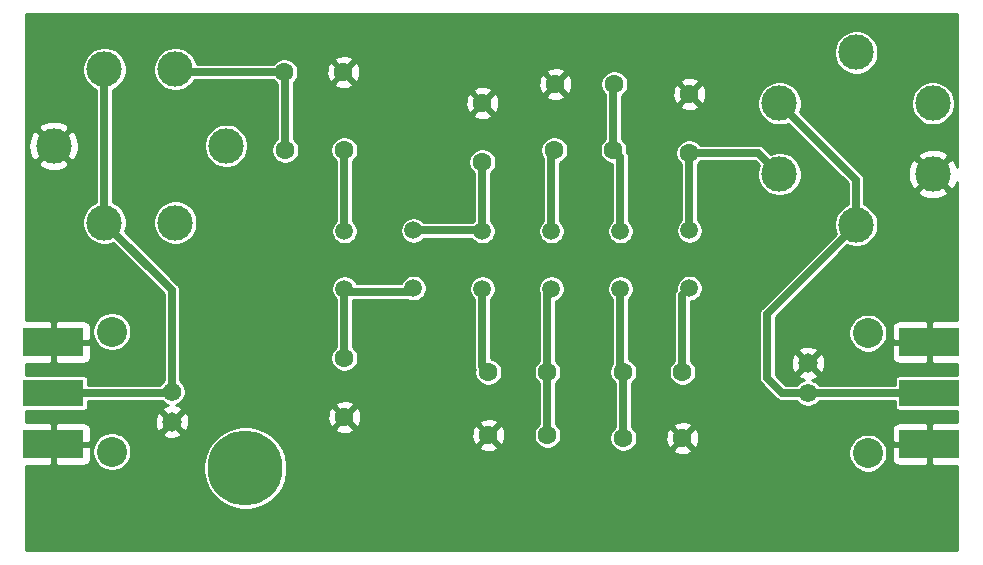
<source format=gbr>
G04 #@! TF.GenerationSoftware,KiCad,Pcbnew,(5.1.10)-1*
G04 #@! TF.CreationDate,2021-08-30T15:41:29-04:00*
G04 #@! TF.ProjectId,SSB6,53534236-2e6b-4696-9361-645f70636258,1*
G04 #@! TF.SameCoordinates,Original*
G04 #@! TF.FileFunction,Copper,L1,Top*
G04 #@! TF.FilePolarity,Positive*
%FSLAX46Y46*%
G04 Gerber Fmt 4.6, Leading zero omitted, Abs format (unit mm)*
G04 Created by KiCad (PCBNEW (5.1.10)-1) date 2021-08-30 15:41:29*
%MOMM*%
%LPD*%
G01*
G04 APERTURE LIST*
G04 #@! TA.AperFunction,ComponentPad*
%ADD10C,6.350000*%
G04 #@! TD*
G04 #@! TA.AperFunction,ComponentPad*
%ADD11C,1.574800*%
G04 #@! TD*
G04 #@! TA.AperFunction,ComponentPad*
%ADD12C,1.651000*%
G04 #@! TD*
G04 #@! TA.AperFunction,ComponentPad*
%ADD13C,2.540000*%
G04 #@! TD*
G04 #@! TA.AperFunction,SMDPad,CuDef*
%ADD14R,5.080000X2.286000*%
G04 #@! TD*
G04 #@! TA.AperFunction,SMDPad,CuDef*
%ADD15R,5.080000X2.413000*%
G04 #@! TD*
G04 #@! TA.AperFunction,ComponentPad*
%ADD16C,1.600000*%
G04 #@! TD*
G04 #@! TA.AperFunction,ComponentPad*
%ADD17C,1.500000*%
G04 #@! TD*
G04 #@! TA.AperFunction,ComponentPad*
%ADD18C,3.000000*%
G04 #@! TD*
G04 #@! TA.AperFunction,ViaPad*
%ADD19C,0.889000*%
G04 #@! TD*
G04 #@! TA.AperFunction,ViaPad*
%ADD20C,1.397000*%
G04 #@! TD*
G04 #@! TA.AperFunction,ViaPad*
%ADD21C,1.676400*%
G04 #@! TD*
G04 #@! TA.AperFunction,Conductor*
%ADD22C,0.635000*%
G04 #@! TD*
G04 #@! TA.AperFunction,Conductor*
%ADD23C,0.254000*%
G04 #@! TD*
G04 #@! TA.AperFunction,Conductor*
%ADD24C,0.150000*%
G04 #@! TD*
G04 APERTURE END LIST*
D10*
X51582000Y-85102400D03*
D11*
X45359000Y-78625400D03*
D12*
X45359000Y-81165400D03*
D13*
X40279000Y-83705400D03*
X40279000Y-73545400D03*
X104287000Y-83832400D03*
X104287000Y-73672400D03*
D12*
X99207000Y-76212400D03*
D11*
X99207000Y-78752400D03*
D14*
X35326000Y-78752400D03*
D15*
X35326000Y-74434400D03*
X35326000Y-83070400D03*
X109494000Y-83070400D03*
X109494000Y-74434400D03*
D14*
X109494000Y-78752400D03*
D16*
X54884000Y-51574400D03*
X59884000Y-51574400D03*
X54964000Y-58178400D03*
X59964000Y-58178400D03*
X59964000Y-80784400D03*
X59964000Y-75784400D03*
X71648000Y-59194400D03*
X71648000Y-54194400D03*
X77156000Y-76974400D03*
X72156000Y-76974400D03*
X77156000Y-82308400D03*
X72156000Y-82308400D03*
X82744000Y-58178400D03*
X77744000Y-58178400D03*
X82824000Y-52590400D03*
X77824000Y-52590400D03*
X83586000Y-82562400D03*
X88586000Y-82562400D03*
X83586000Y-76974400D03*
X88586000Y-76974400D03*
X89174000Y-53432400D03*
X89174000Y-58432400D03*
D17*
X59964000Y-65036400D03*
X59964000Y-69916400D03*
X71648000Y-65036400D03*
X71648000Y-69916400D03*
X77490000Y-69916400D03*
X77490000Y-65036400D03*
X83332000Y-65036400D03*
X83332000Y-69916400D03*
X89174000Y-64982400D03*
X89174000Y-69862400D03*
X65806000Y-69862400D03*
X65806000Y-64982400D03*
D18*
X49944000Y-57820400D03*
X35344000Y-57820400D03*
X45644000Y-64320400D03*
X45644000Y-51320400D03*
X39644000Y-64320400D03*
X39644000Y-51320400D03*
X96794000Y-60210400D03*
X109794000Y-60210400D03*
X96794000Y-54210400D03*
X109794000Y-54210400D03*
X103294000Y-64510400D03*
X103294000Y-49910400D03*
D19*
X35707000Y-48653400D03*
X48280000Y-48653400D03*
D20*
X63012000Y-48018400D03*
X81046000Y-48399400D03*
D19*
X92857000Y-48399400D03*
X107716000Y-48272400D03*
X107716000Y-89928400D03*
D20*
X92984000Y-75450400D03*
X55392000Y-67576400D03*
D21*
X94000000Y-67576400D03*
D19*
X48280000Y-90436400D03*
X35834000Y-90436400D03*
X35707000Y-67957400D03*
X65044000Y-59448400D03*
X56408000Y-48018400D03*
X98826000Y-49288400D03*
X66822000Y-85864400D03*
X40406000Y-90436400D03*
X92984000Y-83070400D03*
D22*
X54964000Y-51654400D02*
X54884000Y-51574400D01*
X54964000Y-58178400D02*
X54964000Y-51654400D01*
X45898000Y-51574400D02*
X45644000Y-51320400D01*
X54884000Y-51574400D02*
X45898000Y-51574400D01*
X77490000Y-58432400D02*
X77744000Y-58178400D01*
X77490000Y-65036400D02*
X77490000Y-58432400D01*
X59964000Y-58178400D02*
X59964000Y-65290400D01*
X59964000Y-75784400D02*
X59964000Y-70170400D01*
X65498000Y-70170400D02*
X65806000Y-69862400D01*
X59964000Y-70170400D02*
X65498000Y-70170400D01*
X77156000Y-70250400D02*
X77490000Y-69916400D01*
X77156000Y-76974400D02*
X77156000Y-70250400D01*
X77156000Y-76974400D02*
X77156000Y-82308400D01*
X71648000Y-76466400D02*
X72156000Y-76974400D01*
X71648000Y-69916400D02*
X71648000Y-76466400D01*
X83332000Y-58766400D02*
X82744000Y-58178400D01*
X83332000Y-65036400D02*
X83332000Y-58766400D01*
X82744000Y-52670400D02*
X82824000Y-52590400D01*
X82744000Y-58178400D02*
X82744000Y-52670400D01*
X45232000Y-78752400D02*
X45359000Y-78625400D01*
X34945000Y-78752400D02*
X45232000Y-78752400D01*
X45359000Y-70035400D02*
X39644000Y-64320400D01*
X45359000Y-78625400D02*
X45359000Y-70035400D01*
X39644000Y-51320400D02*
X39644000Y-64320400D01*
X109113000Y-78752400D02*
X109240000Y-78625400D01*
X99207000Y-78752400D02*
X109113000Y-78752400D01*
X103294000Y-60710400D02*
X96794000Y-54210400D01*
X103294000Y-64510400D02*
X103294000Y-60710400D01*
X99207000Y-78752400D02*
X97048000Y-78752400D01*
X97048000Y-78752400D02*
X95778000Y-77482400D01*
X95778000Y-72026400D02*
X103294000Y-64510400D01*
X95778000Y-77482400D02*
X95778000Y-72026400D01*
X71594000Y-64982400D02*
X71648000Y-65036400D01*
X65806000Y-64982400D02*
X71594000Y-64982400D01*
X71648000Y-59194400D02*
X71648000Y-65036400D01*
X83332000Y-76720400D02*
X83586000Y-76974400D01*
X83332000Y-69916400D02*
X83332000Y-76720400D01*
X83586000Y-76974400D02*
X83586000Y-82562400D01*
X88586000Y-70450400D02*
X89174000Y-69862400D01*
X88586000Y-76974400D02*
X88586000Y-70450400D01*
X89174000Y-65236400D02*
X89174000Y-58432400D01*
X95016000Y-58432400D02*
X96794000Y-60210400D01*
X89174000Y-58432400D02*
X95016000Y-58432400D01*
D23*
X111833501Y-59578304D02*
X111759243Y-59350017D01*
X111601214Y-59054362D01*
X111285653Y-58898352D01*
X109973605Y-60210400D01*
X111285653Y-61522448D01*
X111601214Y-61366438D01*
X111792020Y-60991655D01*
X111833501Y-60844391D01*
X111833500Y-72590101D01*
X109779750Y-72592900D01*
X109621000Y-72751650D01*
X109621000Y-74307400D01*
X109641000Y-74307400D01*
X109641000Y-74561400D01*
X109621000Y-74561400D01*
X109621000Y-76117150D01*
X109779750Y-76275900D01*
X111833500Y-76278699D01*
X111833500Y-77226557D01*
X106954000Y-77226557D01*
X106879311Y-77233913D01*
X106807492Y-77255699D01*
X106741304Y-77291078D01*
X106683289Y-77338689D01*
X106635678Y-77396704D01*
X106600299Y-77462892D01*
X106578513Y-77534711D01*
X106571157Y-77609400D01*
X106571157Y-78053900D01*
X100145499Y-78053900D01*
X100114555Y-78007589D01*
X99951811Y-77844845D01*
X99760445Y-77716978D01*
X99563966Y-77635593D01*
X99832196Y-77540137D01*
X99963633Y-77469881D01*
X100038304Y-77223309D01*
X99207000Y-76392005D01*
X98375696Y-77223309D01*
X98450367Y-77469881D01*
X98710228Y-77593331D01*
X98860518Y-77631250D01*
X98653555Y-77716978D01*
X98462189Y-77844845D01*
X98299445Y-78007589D01*
X98268501Y-78053900D01*
X97337329Y-78053900D01*
X96476500Y-77193073D01*
X96476500Y-76281902D01*
X97741079Y-76281902D01*
X97782806Y-76566554D01*
X97879263Y-76837596D01*
X97949519Y-76969033D01*
X98196091Y-77043704D01*
X99027395Y-76212400D01*
X99386605Y-76212400D01*
X100217909Y-77043704D01*
X100464481Y-76969033D01*
X100587931Y-76709172D01*
X100658313Y-76430220D01*
X100672921Y-76142898D01*
X100631194Y-75858246D01*
X100553847Y-75640900D01*
X106315928Y-75640900D01*
X106328188Y-75765382D01*
X106364498Y-75885080D01*
X106423463Y-75995394D01*
X106502815Y-76092085D01*
X106599506Y-76171437D01*
X106709820Y-76230402D01*
X106829518Y-76266712D01*
X106954000Y-76278972D01*
X109208250Y-76275900D01*
X109367000Y-76117150D01*
X109367000Y-74561400D01*
X106477750Y-74561400D01*
X106319000Y-74720150D01*
X106315928Y-75640900D01*
X100553847Y-75640900D01*
X100534737Y-75587204D01*
X100464481Y-75455767D01*
X100217909Y-75381096D01*
X99386605Y-76212400D01*
X99027395Y-76212400D01*
X98196091Y-75381096D01*
X97949519Y-75455767D01*
X97826069Y-75715628D01*
X97755687Y-75994580D01*
X97741079Y-76281902D01*
X96476500Y-76281902D01*
X96476500Y-75201491D01*
X98375696Y-75201491D01*
X99207000Y-76032795D01*
X100038304Y-75201491D01*
X99963633Y-74954919D01*
X99703772Y-74831469D01*
X99424820Y-74761087D01*
X99137498Y-74746479D01*
X98852846Y-74788206D01*
X98581804Y-74884663D01*
X98450367Y-74954919D01*
X98375696Y-75201491D01*
X96476500Y-75201491D01*
X96476500Y-73509791D01*
X102636000Y-73509791D01*
X102636000Y-73835009D01*
X102699447Y-74153979D01*
X102823903Y-74454442D01*
X103004585Y-74724851D01*
X103234549Y-74954815D01*
X103504958Y-75135497D01*
X103805421Y-75259953D01*
X104124391Y-75323400D01*
X104449609Y-75323400D01*
X104768579Y-75259953D01*
X105069042Y-75135497D01*
X105339451Y-74954815D01*
X105569415Y-74724851D01*
X105750097Y-74454442D01*
X105874553Y-74153979D01*
X105938000Y-73835009D01*
X105938000Y-73509791D01*
X105881929Y-73227900D01*
X106315928Y-73227900D01*
X106319000Y-74148650D01*
X106477750Y-74307400D01*
X109367000Y-74307400D01*
X109367000Y-72751650D01*
X109208250Y-72592900D01*
X106954000Y-72589828D01*
X106829518Y-72602088D01*
X106709820Y-72638398D01*
X106599506Y-72697363D01*
X106502815Y-72776715D01*
X106423463Y-72873406D01*
X106364498Y-72983720D01*
X106328188Y-73103418D01*
X106315928Y-73227900D01*
X105881929Y-73227900D01*
X105874553Y-73190821D01*
X105750097Y-72890358D01*
X105569415Y-72619949D01*
X105339451Y-72389985D01*
X105069042Y-72209303D01*
X104768579Y-72084847D01*
X104449609Y-72021400D01*
X104124391Y-72021400D01*
X103805421Y-72084847D01*
X103504958Y-72209303D01*
X103234549Y-72389985D01*
X103004585Y-72619949D01*
X102823903Y-72890358D01*
X102699447Y-73190821D01*
X102636000Y-73509791D01*
X96476500Y-73509791D01*
X96476500Y-72315727D01*
X102552846Y-66239383D01*
X102745333Y-66319114D01*
X103108738Y-66391400D01*
X103479262Y-66391400D01*
X103842667Y-66319114D01*
X104184987Y-66177320D01*
X104493067Y-65971468D01*
X104755068Y-65709467D01*
X104960920Y-65401387D01*
X105102714Y-65059067D01*
X105175000Y-64695662D01*
X105175000Y-64325138D01*
X105102714Y-63961733D01*
X104960920Y-63619413D01*
X104755068Y-63311333D01*
X104493067Y-63049332D01*
X104184987Y-62843480D01*
X103992500Y-62763749D01*
X103992500Y-61702053D01*
X108481952Y-61702053D01*
X108637962Y-62017614D01*
X109012745Y-62208420D01*
X109417551Y-62322444D01*
X109836824Y-62355302D01*
X110254451Y-62305734D01*
X110654383Y-62175643D01*
X110950038Y-62017614D01*
X111106048Y-61702053D01*
X109794000Y-60390005D01*
X108481952Y-61702053D01*
X103992500Y-61702053D01*
X103992500Y-60744697D01*
X103995878Y-60710399D01*
X103992500Y-60676101D01*
X103992500Y-60676091D01*
X103982393Y-60573470D01*
X103942452Y-60441803D01*
X103917789Y-60395662D01*
X103877591Y-60320456D01*
X103822416Y-60253224D01*
X107649098Y-60253224D01*
X107698666Y-60670851D01*
X107828757Y-61070783D01*
X107986786Y-61366438D01*
X108302347Y-61522448D01*
X109614395Y-60210400D01*
X108302347Y-58898352D01*
X107986786Y-59054362D01*
X107795980Y-59429145D01*
X107681956Y-59833951D01*
X107649098Y-60253224D01*
X103822416Y-60253224D01*
X103812174Y-60240745D01*
X103812166Y-60240737D01*
X103790303Y-60214097D01*
X103763663Y-60192234D01*
X102290176Y-58718747D01*
X108481952Y-58718747D01*
X109794000Y-60030795D01*
X111106048Y-58718747D01*
X110950038Y-58403186D01*
X110575255Y-58212380D01*
X110170449Y-58098356D01*
X109751176Y-58065498D01*
X109333549Y-58115066D01*
X108933617Y-58245157D01*
X108637962Y-58403186D01*
X108481952Y-58718747D01*
X102290176Y-58718747D01*
X98522983Y-54951555D01*
X98602714Y-54759067D01*
X98675000Y-54395662D01*
X98675000Y-54025138D01*
X107913000Y-54025138D01*
X107913000Y-54395662D01*
X107985286Y-54759067D01*
X108127080Y-55101387D01*
X108332932Y-55409467D01*
X108594933Y-55671468D01*
X108903013Y-55877320D01*
X109245333Y-56019114D01*
X109608738Y-56091400D01*
X109979262Y-56091400D01*
X110342667Y-56019114D01*
X110684987Y-55877320D01*
X110993067Y-55671468D01*
X111255068Y-55409467D01*
X111460920Y-55101387D01*
X111602714Y-54759067D01*
X111675000Y-54395662D01*
X111675000Y-54025138D01*
X111602714Y-53661733D01*
X111460920Y-53319413D01*
X111255068Y-53011333D01*
X110993067Y-52749332D01*
X110684987Y-52543480D01*
X110342667Y-52401686D01*
X109979262Y-52329400D01*
X109608738Y-52329400D01*
X109245333Y-52401686D01*
X108903013Y-52543480D01*
X108594933Y-52749332D01*
X108332932Y-53011333D01*
X108127080Y-53319413D01*
X107985286Y-53661733D01*
X107913000Y-54025138D01*
X98675000Y-54025138D01*
X98602714Y-53661733D01*
X98460920Y-53319413D01*
X98255068Y-53011333D01*
X97993067Y-52749332D01*
X97684987Y-52543480D01*
X97342667Y-52401686D01*
X96979262Y-52329400D01*
X96608738Y-52329400D01*
X96245333Y-52401686D01*
X95903013Y-52543480D01*
X95594933Y-52749332D01*
X95332932Y-53011333D01*
X95127080Y-53319413D01*
X94985286Y-53661733D01*
X94913000Y-54025138D01*
X94913000Y-54395662D01*
X94985286Y-54759067D01*
X95127080Y-55101387D01*
X95332932Y-55409467D01*
X95594933Y-55671468D01*
X95903013Y-55877320D01*
X96245333Y-56019114D01*
X96608738Y-56091400D01*
X96979262Y-56091400D01*
X97342667Y-56019114D01*
X97535155Y-55939383D01*
X102595501Y-60999730D01*
X102595500Y-62763749D01*
X102403013Y-62843480D01*
X102094933Y-63049332D01*
X101832932Y-63311333D01*
X101627080Y-63619413D01*
X101485286Y-63961733D01*
X101413000Y-64325138D01*
X101413000Y-64695662D01*
X101485286Y-65059067D01*
X101565017Y-65251554D01*
X95308344Y-71508229D01*
X95281698Y-71530097D01*
X95259830Y-71556743D01*
X95259826Y-71556747D01*
X95194409Y-71636457D01*
X95129549Y-71757802D01*
X95129549Y-71757803D01*
X95089608Y-71889470D01*
X95082874Y-71957847D01*
X95076122Y-72026400D01*
X95079501Y-72060708D01*
X95079500Y-77448102D01*
X95076122Y-77482400D01*
X95079500Y-77516698D01*
X95079500Y-77516708D01*
X95089607Y-77619329D01*
X95119229Y-77716978D01*
X95129549Y-77750998D01*
X95194409Y-77872343D01*
X95259826Y-77952053D01*
X95259829Y-77952056D01*
X95281697Y-77978702D01*
X95308344Y-78000571D01*
X96529833Y-79222062D01*
X96551697Y-79248703D01*
X96578337Y-79270566D01*
X96578345Y-79270574D01*
X96658056Y-79335991D01*
X96750893Y-79385613D01*
X96779403Y-79400852D01*
X96911070Y-79440793D01*
X97013691Y-79450900D01*
X97013701Y-79450900D01*
X97047999Y-79454278D01*
X97082297Y-79450900D01*
X98268501Y-79450900D01*
X98299445Y-79497211D01*
X98462189Y-79659955D01*
X98653555Y-79787822D01*
X98866190Y-79875899D01*
X99091923Y-79920800D01*
X99322077Y-79920800D01*
X99547810Y-79875899D01*
X99760445Y-79787822D01*
X99951811Y-79659955D01*
X100114555Y-79497211D01*
X100145499Y-79450900D01*
X106571157Y-79450900D01*
X106571157Y-79895400D01*
X106578513Y-79970089D01*
X106600299Y-80041908D01*
X106635678Y-80108096D01*
X106683289Y-80166111D01*
X106741304Y-80213722D01*
X106807492Y-80249101D01*
X106879311Y-80270887D01*
X106954000Y-80278243D01*
X111833500Y-80278243D01*
X111833500Y-81226101D01*
X109779750Y-81228900D01*
X109621000Y-81387650D01*
X109621000Y-82943400D01*
X109641000Y-82943400D01*
X109641000Y-83197400D01*
X109621000Y-83197400D01*
X109621000Y-84753150D01*
X109779750Y-84911900D01*
X111833500Y-84914699D01*
X111833500Y-92041772D01*
X32976500Y-92024029D01*
X32976500Y-84914712D01*
X35040250Y-84911900D01*
X35199000Y-84753150D01*
X35199000Y-83197400D01*
X35453000Y-83197400D01*
X35453000Y-84753150D01*
X35611750Y-84911900D01*
X37866000Y-84914972D01*
X37990482Y-84902712D01*
X38110180Y-84866402D01*
X38220494Y-84807437D01*
X38317185Y-84728085D01*
X38396537Y-84631394D01*
X38455502Y-84521080D01*
X38491812Y-84401382D01*
X38504072Y-84276900D01*
X38501623Y-83542791D01*
X38628000Y-83542791D01*
X38628000Y-83868009D01*
X38691447Y-84186979D01*
X38815903Y-84487442D01*
X38996585Y-84757851D01*
X39226549Y-84987815D01*
X39496958Y-85168497D01*
X39797421Y-85292953D01*
X40116391Y-85356400D01*
X40441609Y-85356400D01*
X40760579Y-85292953D01*
X41061042Y-85168497D01*
X41331451Y-84987815D01*
X41561415Y-84757851D01*
X41565214Y-84752165D01*
X48026000Y-84752165D01*
X48026000Y-85452635D01*
X48162655Y-86139647D01*
X48430714Y-86786798D01*
X48819874Y-87369218D01*
X49315182Y-87864526D01*
X49897602Y-88253686D01*
X50544753Y-88521745D01*
X51231765Y-88658400D01*
X51932235Y-88658400D01*
X52619247Y-88521745D01*
X53266398Y-88253686D01*
X53848818Y-87864526D01*
X54344126Y-87369218D01*
X54733286Y-86786798D01*
X55001345Y-86139647D01*
X55138000Y-85452635D01*
X55138000Y-84752165D01*
X55001345Y-84065153D01*
X54733286Y-83418002D01*
X54655177Y-83301102D01*
X71342903Y-83301102D01*
X71414486Y-83545071D01*
X71669996Y-83665971D01*
X71944184Y-83734700D01*
X72226512Y-83748617D01*
X72506130Y-83707187D01*
X72772292Y-83612003D01*
X72897514Y-83545071D01*
X72969097Y-83301102D01*
X72156000Y-82488005D01*
X71342903Y-83301102D01*
X54655177Y-83301102D01*
X54344126Y-82835582D01*
X53887456Y-82378912D01*
X70715783Y-82378912D01*
X70757213Y-82658530D01*
X70852397Y-82924692D01*
X70919329Y-83049914D01*
X71163298Y-83121497D01*
X71976395Y-82308400D01*
X72335605Y-82308400D01*
X73148702Y-83121497D01*
X73392671Y-83049914D01*
X73513571Y-82794404D01*
X73582300Y-82520216D01*
X73596217Y-82237888D01*
X73554787Y-81958270D01*
X73459603Y-81692108D01*
X73392671Y-81566886D01*
X73148702Y-81495303D01*
X72335605Y-82308400D01*
X71976395Y-82308400D01*
X71163298Y-81495303D01*
X70919329Y-81566886D01*
X70798429Y-81822396D01*
X70729700Y-82096584D01*
X70715783Y-82378912D01*
X53887456Y-82378912D01*
X53848818Y-82340274D01*
X53266398Y-81951114D01*
X52846297Y-81777102D01*
X59150903Y-81777102D01*
X59222486Y-82021071D01*
X59477996Y-82141971D01*
X59752184Y-82210700D01*
X60034512Y-82224617D01*
X60314130Y-82183187D01*
X60580292Y-82088003D01*
X60705514Y-82021071D01*
X60777097Y-81777102D01*
X59964000Y-80964005D01*
X59150903Y-81777102D01*
X52846297Y-81777102D01*
X52619247Y-81683055D01*
X51932235Y-81546400D01*
X51231765Y-81546400D01*
X50544753Y-81683055D01*
X49897602Y-81951114D01*
X49315182Y-82340274D01*
X48819874Y-82835582D01*
X48430714Y-83418002D01*
X48162655Y-84065153D01*
X48026000Y-84752165D01*
X41565214Y-84752165D01*
X41742097Y-84487442D01*
X41866553Y-84186979D01*
X41930000Y-83868009D01*
X41930000Y-83542791D01*
X41866553Y-83223821D01*
X41742097Y-82923358D01*
X41561415Y-82652949D01*
X41331451Y-82422985D01*
X41061042Y-82242303D01*
X40901719Y-82176309D01*
X44527696Y-82176309D01*
X44602367Y-82422881D01*
X44862228Y-82546331D01*
X45141180Y-82616713D01*
X45428502Y-82631321D01*
X45713154Y-82589594D01*
X45984196Y-82493137D01*
X46115633Y-82422881D01*
X46190304Y-82176309D01*
X45359000Y-81345005D01*
X44527696Y-82176309D01*
X40901719Y-82176309D01*
X40760579Y-82117847D01*
X40441609Y-82054400D01*
X40116391Y-82054400D01*
X39797421Y-82117847D01*
X39496958Y-82242303D01*
X39226549Y-82422985D01*
X38996585Y-82652949D01*
X38815903Y-82923358D01*
X38691447Y-83223821D01*
X38628000Y-83542791D01*
X38501623Y-83542791D01*
X38501000Y-83356150D01*
X38342250Y-83197400D01*
X35453000Y-83197400D01*
X35199000Y-83197400D01*
X35179000Y-83197400D01*
X35179000Y-82943400D01*
X35199000Y-82943400D01*
X35199000Y-81387650D01*
X35453000Y-81387650D01*
X35453000Y-82943400D01*
X38342250Y-82943400D01*
X38501000Y-82784650D01*
X38504072Y-81863900D01*
X38491812Y-81739418D01*
X38455502Y-81619720D01*
X38396537Y-81509406D01*
X38317185Y-81412715D01*
X38220494Y-81333363D01*
X38110180Y-81274398D01*
X37990482Y-81238088D01*
X37958133Y-81234902D01*
X43893079Y-81234902D01*
X43934806Y-81519554D01*
X44031263Y-81790596D01*
X44101519Y-81922033D01*
X44348091Y-81996704D01*
X45179395Y-81165400D01*
X45538605Y-81165400D01*
X46369909Y-81996704D01*
X46616481Y-81922033D01*
X46739931Y-81662172D01*
X46810313Y-81383220D01*
X46824921Y-81095898D01*
X46789595Y-80854912D01*
X58523783Y-80854912D01*
X58565213Y-81134530D01*
X58660397Y-81400692D01*
X58727329Y-81525914D01*
X58971298Y-81597497D01*
X59784395Y-80784400D01*
X60143605Y-80784400D01*
X60956702Y-81597497D01*
X61200671Y-81525914D01*
X61300139Y-81315698D01*
X71342903Y-81315698D01*
X72156000Y-82128795D01*
X72969097Y-81315698D01*
X72897514Y-81071729D01*
X72642004Y-80950829D01*
X72367816Y-80882100D01*
X72085488Y-80868183D01*
X71805870Y-80909613D01*
X71539708Y-81004797D01*
X71414486Y-81071729D01*
X71342903Y-81315698D01*
X61300139Y-81315698D01*
X61321571Y-81270404D01*
X61390300Y-80996216D01*
X61404217Y-80713888D01*
X61362787Y-80434270D01*
X61267603Y-80168108D01*
X61200671Y-80042886D01*
X60956702Y-79971303D01*
X60143605Y-80784400D01*
X59784395Y-80784400D01*
X58971298Y-79971303D01*
X58727329Y-80042886D01*
X58606429Y-80298396D01*
X58537700Y-80572584D01*
X58523783Y-80854912D01*
X46789595Y-80854912D01*
X46783194Y-80811246D01*
X46686737Y-80540204D01*
X46616481Y-80408767D01*
X46369909Y-80334096D01*
X45538605Y-81165400D01*
X45179395Y-81165400D01*
X44348091Y-80334096D01*
X44101519Y-80408767D01*
X43978069Y-80668628D01*
X43907687Y-80947580D01*
X43893079Y-81234902D01*
X37958133Y-81234902D01*
X37866000Y-81225828D01*
X35611750Y-81228900D01*
X35453000Y-81387650D01*
X35199000Y-81387650D01*
X35040250Y-81228900D01*
X32976500Y-81226088D01*
X32976500Y-80278243D01*
X37866000Y-80278243D01*
X37940689Y-80270887D01*
X38012508Y-80249101D01*
X38078696Y-80213722D01*
X38136711Y-80166111D01*
X38184322Y-80108096D01*
X38219701Y-80041908D01*
X38241487Y-79970089D01*
X38248843Y-79895400D01*
X38248843Y-79450900D01*
X44532134Y-79450900D01*
X44614189Y-79532955D01*
X44805555Y-79660822D01*
X45002034Y-79742207D01*
X44733804Y-79837663D01*
X44602367Y-79907919D01*
X44527696Y-80154491D01*
X45359000Y-80985795D01*
X46190304Y-80154491D01*
X46115633Y-79907919D01*
X45870989Y-79791698D01*
X59150903Y-79791698D01*
X59964000Y-80604795D01*
X60777097Y-79791698D01*
X60705514Y-79547729D01*
X60450004Y-79426829D01*
X60175816Y-79358100D01*
X59893488Y-79344183D01*
X59613870Y-79385613D01*
X59347708Y-79480797D01*
X59222486Y-79547729D01*
X59150903Y-79791698D01*
X45870989Y-79791698D01*
X45855772Y-79784469D01*
X45705482Y-79746550D01*
X45912445Y-79660822D01*
X46103811Y-79532955D01*
X46266555Y-79370211D01*
X46394422Y-79178845D01*
X46482499Y-78966210D01*
X46527400Y-78740477D01*
X46527400Y-78510323D01*
X46482499Y-78284590D01*
X46394422Y-78071955D01*
X46266555Y-77880589D01*
X46103811Y-77717845D01*
X46057500Y-77686901D01*
X46057500Y-75668082D01*
X58783000Y-75668082D01*
X58783000Y-75900718D01*
X58828386Y-76128885D01*
X58917412Y-76343813D01*
X59046658Y-76537243D01*
X59211157Y-76701742D01*
X59404587Y-76830988D01*
X59619515Y-76920014D01*
X59847682Y-76965400D01*
X60080318Y-76965400D01*
X60308485Y-76920014D01*
X60523413Y-76830988D01*
X60716843Y-76701742D01*
X60881342Y-76537243D01*
X61010588Y-76343813D01*
X61099614Y-76128885D01*
X61145000Y-75900718D01*
X61145000Y-75668082D01*
X61099614Y-75439915D01*
X61010588Y-75224987D01*
X60881342Y-75031557D01*
X60716843Y-74867058D01*
X60662500Y-74830747D01*
X60662500Y-70868900D01*
X65280461Y-70868900D01*
X65476100Y-70949936D01*
X65694606Y-70993400D01*
X65917394Y-70993400D01*
X66135900Y-70949936D01*
X66341729Y-70864679D01*
X66526970Y-70740905D01*
X66684505Y-70583370D01*
X66808279Y-70398129D01*
X66893536Y-70192300D01*
X66937000Y-69973794D01*
X66937000Y-69805006D01*
X70517000Y-69805006D01*
X70517000Y-70027794D01*
X70560464Y-70246300D01*
X70645721Y-70452129D01*
X70769495Y-70637370D01*
X70927030Y-70794905D01*
X70949500Y-70809919D01*
X70949501Y-76432092D01*
X70946122Y-76466400D01*
X70959608Y-76603329D01*
X70999509Y-76734867D01*
X70975000Y-76858082D01*
X70975000Y-77090718D01*
X71020386Y-77318885D01*
X71109412Y-77533813D01*
X71238658Y-77727243D01*
X71403157Y-77891742D01*
X71596587Y-78020988D01*
X71811515Y-78110014D01*
X72039682Y-78155400D01*
X72272318Y-78155400D01*
X72500485Y-78110014D01*
X72715413Y-78020988D01*
X72908843Y-77891742D01*
X73073342Y-77727243D01*
X73202588Y-77533813D01*
X73291614Y-77318885D01*
X73337000Y-77090718D01*
X73337000Y-76858082D01*
X75975000Y-76858082D01*
X75975000Y-77090718D01*
X76020386Y-77318885D01*
X76109412Y-77533813D01*
X76238658Y-77727243D01*
X76403157Y-77891742D01*
X76457500Y-77928053D01*
X76457501Y-81354747D01*
X76403157Y-81391058D01*
X76238658Y-81555557D01*
X76109412Y-81748987D01*
X76020386Y-81963915D01*
X75975000Y-82192082D01*
X75975000Y-82424718D01*
X76020386Y-82652885D01*
X76109412Y-82867813D01*
X76238658Y-83061243D01*
X76403157Y-83225742D01*
X76596587Y-83354988D01*
X76811515Y-83444014D01*
X77039682Y-83489400D01*
X77272318Y-83489400D01*
X77500485Y-83444014D01*
X77715413Y-83354988D01*
X77908843Y-83225742D01*
X78073342Y-83061243D01*
X78202588Y-82867813D01*
X78291614Y-82652885D01*
X78337000Y-82424718D01*
X78337000Y-82192082D01*
X78291614Y-81963915D01*
X78202588Y-81748987D01*
X78073342Y-81555557D01*
X77908843Y-81391058D01*
X77854500Y-81354747D01*
X77854500Y-77928053D01*
X77908843Y-77891742D01*
X78073342Y-77727243D01*
X78202588Y-77533813D01*
X78291614Y-77318885D01*
X78337000Y-77090718D01*
X78337000Y-76858082D01*
X78291614Y-76629915D01*
X78202588Y-76414987D01*
X78073342Y-76221557D01*
X77908843Y-76057058D01*
X77854500Y-76020747D01*
X77854500Y-70989604D01*
X78025729Y-70918679D01*
X78210970Y-70794905D01*
X78368505Y-70637370D01*
X78492279Y-70452129D01*
X78577536Y-70246300D01*
X78621000Y-70027794D01*
X78621000Y-69805006D01*
X82201000Y-69805006D01*
X82201000Y-70027794D01*
X82244464Y-70246300D01*
X82329721Y-70452129D01*
X82453495Y-70637370D01*
X82611030Y-70794905D01*
X82633500Y-70809919D01*
X82633501Y-76274173D01*
X82539412Y-76414987D01*
X82450386Y-76629915D01*
X82405000Y-76858082D01*
X82405000Y-77090718D01*
X82450386Y-77318885D01*
X82539412Y-77533813D01*
X82668658Y-77727243D01*
X82833157Y-77891742D01*
X82887500Y-77928053D01*
X82887501Y-81608747D01*
X82833157Y-81645058D01*
X82668658Y-81809557D01*
X82539412Y-82002987D01*
X82450386Y-82217915D01*
X82405000Y-82446082D01*
X82405000Y-82678718D01*
X82450386Y-82906885D01*
X82539412Y-83121813D01*
X82668658Y-83315243D01*
X82833157Y-83479742D01*
X83026587Y-83608988D01*
X83241515Y-83698014D01*
X83469682Y-83743400D01*
X83702318Y-83743400D01*
X83930485Y-83698014D01*
X84145413Y-83608988D01*
X84226058Y-83555102D01*
X87772903Y-83555102D01*
X87844486Y-83799071D01*
X88099996Y-83919971D01*
X88374184Y-83988700D01*
X88656512Y-84002617D01*
X88936130Y-83961187D01*
X89202292Y-83866003D01*
X89327514Y-83799071D01*
X89365446Y-83669791D01*
X102636000Y-83669791D01*
X102636000Y-83995009D01*
X102699447Y-84313979D01*
X102823903Y-84614442D01*
X103004585Y-84884851D01*
X103234549Y-85114815D01*
X103504958Y-85295497D01*
X103805421Y-85419953D01*
X104124391Y-85483400D01*
X104449609Y-85483400D01*
X104768579Y-85419953D01*
X105069042Y-85295497D01*
X105339451Y-85114815D01*
X105569415Y-84884851D01*
X105750097Y-84614442D01*
X105874553Y-84313979D01*
X105881928Y-84276900D01*
X106315928Y-84276900D01*
X106328188Y-84401382D01*
X106364498Y-84521080D01*
X106423463Y-84631394D01*
X106502815Y-84728085D01*
X106599506Y-84807437D01*
X106709820Y-84866402D01*
X106829518Y-84902712D01*
X106954000Y-84914972D01*
X109208250Y-84911900D01*
X109367000Y-84753150D01*
X109367000Y-83197400D01*
X106477750Y-83197400D01*
X106319000Y-83356150D01*
X106315928Y-84276900D01*
X105881928Y-84276900D01*
X105938000Y-83995009D01*
X105938000Y-83669791D01*
X105874553Y-83350821D01*
X105750097Y-83050358D01*
X105569415Y-82779949D01*
X105339451Y-82549985D01*
X105069042Y-82369303D01*
X104768579Y-82244847D01*
X104449609Y-82181400D01*
X104124391Y-82181400D01*
X103805421Y-82244847D01*
X103504958Y-82369303D01*
X103234549Y-82549985D01*
X103004585Y-82779949D01*
X102823903Y-83050358D01*
X102699447Y-83350821D01*
X102636000Y-83669791D01*
X89365446Y-83669791D01*
X89399097Y-83555102D01*
X88586000Y-82742005D01*
X87772903Y-83555102D01*
X84226058Y-83555102D01*
X84338843Y-83479742D01*
X84503342Y-83315243D01*
X84632588Y-83121813D01*
X84721614Y-82906885D01*
X84767000Y-82678718D01*
X84767000Y-82632912D01*
X87145783Y-82632912D01*
X87187213Y-82912530D01*
X87282397Y-83178692D01*
X87349329Y-83303914D01*
X87593298Y-83375497D01*
X88406395Y-82562400D01*
X88765605Y-82562400D01*
X89578702Y-83375497D01*
X89822671Y-83303914D01*
X89943571Y-83048404D01*
X90012300Y-82774216D01*
X90026217Y-82491888D01*
X89984787Y-82212270D01*
X89889603Y-81946108D01*
X89845663Y-81863900D01*
X106315928Y-81863900D01*
X106319000Y-82784650D01*
X106477750Y-82943400D01*
X109367000Y-82943400D01*
X109367000Y-81387650D01*
X109208250Y-81228900D01*
X106954000Y-81225828D01*
X106829518Y-81238088D01*
X106709820Y-81274398D01*
X106599506Y-81333363D01*
X106502815Y-81412715D01*
X106423463Y-81509406D01*
X106364498Y-81619720D01*
X106328188Y-81739418D01*
X106315928Y-81863900D01*
X89845663Y-81863900D01*
X89822671Y-81820886D01*
X89578702Y-81749303D01*
X88765605Y-82562400D01*
X88406395Y-82562400D01*
X87593298Y-81749303D01*
X87349329Y-81820886D01*
X87228429Y-82076396D01*
X87159700Y-82350584D01*
X87145783Y-82632912D01*
X84767000Y-82632912D01*
X84767000Y-82446082D01*
X84721614Y-82217915D01*
X84632588Y-82002987D01*
X84503342Y-81809557D01*
X84338843Y-81645058D01*
X84284500Y-81608747D01*
X84284500Y-81569698D01*
X87772903Y-81569698D01*
X88586000Y-82382795D01*
X89399097Y-81569698D01*
X89327514Y-81325729D01*
X89072004Y-81204829D01*
X88797816Y-81136100D01*
X88515488Y-81122183D01*
X88235870Y-81163613D01*
X87969708Y-81258797D01*
X87844486Y-81325729D01*
X87772903Y-81569698D01*
X84284500Y-81569698D01*
X84284500Y-77928053D01*
X84338843Y-77891742D01*
X84503342Y-77727243D01*
X84632588Y-77533813D01*
X84721614Y-77318885D01*
X84767000Y-77090718D01*
X84767000Y-76858082D01*
X87405000Y-76858082D01*
X87405000Y-77090718D01*
X87450386Y-77318885D01*
X87539412Y-77533813D01*
X87668658Y-77727243D01*
X87833157Y-77891742D01*
X88026587Y-78020988D01*
X88241515Y-78110014D01*
X88469682Y-78155400D01*
X88702318Y-78155400D01*
X88930485Y-78110014D01*
X89145413Y-78020988D01*
X89338843Y-77891742D01*
X89503342Y-77727243D01*
X89632588Y-77533813D01*
X89721614Y-77318885D01*
X89767000Y-77090718D01*
X89767000Y-76858082D01*
X89721614Y-76629915D01*
X89632588Y-76414987D01*
X89503342Y-76221557D01*
X89338843Y-76057058D01*
X89284500Y-76020747D01*
X89284500Y-70993400D01*
X89285394Y-70993400D01*
X89503900Y-70949936D01*
X89709729Y-70864679D01*
X89894970Y-70740905D01*
X90052505Y-70583370D01*
X90176279Y-70398129D01*
X90261536Y-70192300D01*
X90305000Y-69973794D01*
X90305000Y-69751006D01*
X90261536Y-69532500D01*
X90176279Y-69326671D01*
X90052505Y-69141430D01*
X89894970Y-68983895D01*
X89709729Y-68860121D01*
X89503900Y-68774864D01*
X89285394Y-68731400D01*
X89062606Y-68731400D01*
X88844100Y-68774864D01*
X88638271Y-68860121D01*
X88453030Y-68983895D01*
X88295495Y-69141430D01*
X88171721Y-69326671D01*
X88086464Y-69532500D01*
X88043000Y-69751006D01*
X88043000Y-69973794D01*
X88048957Y-70003739D01*
X88002409Y-70060457D01*
X87937549Y-70181802D01*
X87927148Y-70216091D01*
X87900482Y-70303998D01*
X87897608Y-70313471D01*
X87884122Y-70450400D01*
X87887501Y-70484708D01*
X87887500Y-76020747D01*
X87833157Y-76057058D01*
X87668658Y-76221557D01*
X87539412Y-76414987D01*
X87450386Y-76629915D01*
X87405000Y-76858082D01*
X84767000Y-76858082D01*
X84721614Y-76629915D01*
X84632588Y-76414987D01*
X84503342Y-76221557D01*
X84338843Y-76057058D01*
X84145413Y-75927812D01*
X84030500Y-75880214D01*
X84030500Y-70809919D01*
X84052970Y-70794905D01*
X84210505Y-70637370D01*
X84334279Y-70452129D01*
X84419536Y-70246300D01*
X84463000Y-70027794D01*
X84463000Y-69805006D01*
X84419536Y-69586500D01*
X84334279Y-69380671D01*
X84210505Y-69195430D01*
X84052970Y-69037895D01*
X83867729Y-68914121D01*
X83661900Y-68828864D01*
X83443394Y-68785400D01*
X83220606Y-68785400D01*
X83002100Y-68828864D01*
X82796271Y-68914121D01*
X82611030Y-69037895D01*
X82453495Y-69195430D01*
X82329721Y-69380671D01*
X82244464Y-69586500D01*
X82201000Y-69805006D01*
X78621000Y-69805006D01*
X78577536Y-69586500D01*
X78492279Y-69380671D01*
X78368505Y-69195430D01*
X78210970Y-69037895D01*
X78025729Y-68914121D01*
X77819900Y-68828864D01*
X77601394Y-68785400D01*
X77378606Y-68785400D01*
X77160100Y-68828864D01*
X76954271Y-68914121D01*
X76769030Y-69037895D01*
X76611495Y-69195430D01*
X76487721Y-69380671D01*
X76402464Y-69586500D01*
X76359000Y-69805006D01*
X76359000Y-70027794D01*
X76402464Y-70246300D01*
X76457501Y-70379171D01*
X76457500Y-76020747D01*
X76403157Y-76057058D01*
X76238658Y-76221557D01*
X76109412Y-76414987D01*
X76020386Y-76629915D01*
X75975000Y-76858082D01*
X73337000Y-76858082D01*
X73291614Y-76629915D01*
X73202588Y-76414987D01*
X73073342Y-76221557D01*
X72908843Y-76057058D01*
X72715413Y-75927812D01*
X72500485Y-75838786D01*
X72346500Y-75808156D01*
X72346500Y-70809919D01*
X72368970Y-70794905D01*
X72526505Y-70637370D01*
X72650279Y-70452129D01*
X72735536Y-70246300D01*
X72779000Y-70027794D01*
X72779000Y-69805006D01*
X72735536Y-69586500D01*
X72650279Y-69380671D01*
X72526505Y-69195430D01*
X72368970Y-69037895D01*
X72183729Y-68914121D01*
X71977900Y-68828864D01*
X71759394Y-68785400D01*
X71536606Y-68785400D01*
X71318100Y-68828864D01*
X71112271Y-68914121D01*
X70927030Y-69037895D01*
X70769495Y-69195430D01*
X70645721Y-69380671D01*
X70560464Y-69586500D01*
X70517000Y-69805006D01*
X66937000Y-69805006D01*
X66937000Y-69751006D01*
X66893536Y-69532500D01*
X66808279Y-69326671D01*
X66684505Y-69141430D01*
X66526970Y-68983895D01*
X66341729Y-68860121D01*
X66135900Y-68774864D01*
X65917394Y-68731400D01*
X65694606Y-68731400D01*
X65476100Y-68774864D01*
X65270271Y-68860121D01*
X65085030Y-68983895D01*
X64927495Y-69141430D01*
X64803721Y-69326671D01*
X64743565Y-69471900D01*
X61004067Y-69471900D01*
X60966279Y-69380671D01*
X60842505Y-69195430D01*
X60684970Y-69037895D01*
X60499729Y-68914121D01*
X60293900Y-68828864D01*
X60075394Y-68785400D01*
X59852606Y-68785400D01*
X59634100Y-68828864D01*
X59428271Y-68914121D01*
X59243030Y-69037895D01*
X59085495Y-69195430D01*
X58961721Y-69380671D01*
X58876464Y-69586500D01*
X58833000Y-69805006D01*
X58833000Y-70027794D01*
X58876464Y-70246300D01*
X58961721Y-70452129D01*
X59085495Y-70637370D01*
X59243030Y-70794905D01*
X59265501Y-70809920D01*
X59265500Y-74830747D01*
X59211157Y-74867058D01*
X59046658Y-75031557D01*
X58917412Y-75224987D01*
X58828386Y-75439915D01*
X58783000Y-75668082D01*
X46057500Y-75668082D01*
X46057500Y-70069698D01*
X46060878Y-70035400D01*
X46057500Y-70001102D01*
X46057500Y-70001091D01*
X46047393Y-69898470D01*
X46007452Y-69766803D01*
X45942591Y-69645457D01*
X45900199Y-69593802D01*
X45877174Y-69565746D01*
X45877171Y-69565743D01*
X45855303Y-69539097D01*
X45828657Y-69517229D01*
X41372983Y-65061555D01*
X41452714Y-64869067D01*
X41525000Y-64505662D01*
X41525000Y-64135138D01*
X43763000Y-64135138D01*
X43763000Y-64505662D01*
X43835286Y-64869067D01*
X43977080Y-65211387D01*
X44182932Y-65519467D01*
X44444933Y-65781468D01*
X44753013Y-65987320D01*
X45095333Y-66129114D01*
X45458738Y-66201400D01*
X45829262Y-66201400D01*
X46192667Y-66129114D01*
X46534987Y-65987320D01*
X46843067Y-65781468D01*
X47105068Y-65519467D01*
X47310920Y-65211387D01*
X47452714Y-64869067D01*
X47525000Y-64505662D01*
X47525000Y-64135138D01*
X47452714Y-63771733D01*
X47310920Y-63429413D01*
X47105068Y-63121333D01*
X46843067Y-62859332D01*
X46534987Y-62653480D01*
X46192667Y-62511686D01*
X45829262Y-62439400D01*
X45458738Y-62439400D01*
X45095333Y-62511686D01*
X44753013Y-62653480D01*
X44444933Y-62859332D01*
X44182932Y-63121333D01*
X43977080Y-63429413D01*
X43835286Y-63771733D01*
X43763000Y-64135138D01*
X41525000Y-64135138D01*
X41452714Y-63771733D01*
X41310920Y-63429413D01*
X41105068Y-63121333D01*
X40843067Y-62859332D01*
X40534987Y-62653480D01*
X40342500Y-62573749D01*
X40342500Y-57635138D01*
X48063000Y-57635138D01*
X48063000Y-58005662D01*
X48135286Y-58369067D01*
X48277080Y-58711387D01*
X48482932Y-59019467D01*
X48744933Y-59281468D01*
X49053013Y-59487320D01*
X49395333Y-59629114D01*
X49758738Y-59701400D01*
X50129262Y-59701400D01*
X50492667Y-59629114D01*
X50834987Y-59487320D01*
X51143067Y-59281468D01*
X51405068Y-59019467D01*
X51610920Y-58711387D01*
X51752714Y-58369067D01*
X51825000Y-58005662D01*
X51825000Y-57635138D01*
X51752714Y-57271733D01*
X51610920Y-56929413D01*
X51405068Y-56621333D01*
X51143067Y-56359332D01*
X50834987Y-56153480D01*
X50492667Y-56011686D01*
X50129262Y-55939400D01*
X49758738Y-55939400D01*
X49395333Y-56011686D01*
X49053013Y-56153480D01*
X48744933Y-56359332D01*
X48482932Y-56621333D01*
X48277080Y-56929413D01*
X48135286Y-57271733D01*
X48063000Y-57635138D01*
X40342500Y-57635138D01*
X40342500Y-53067051D01*
X40534987Y-52987320D01*
X40843067Y-52781468D01*
X41105068Y-52519467D01*
X41310920Y-52211387D01*
X41452714Y-51869067D01*
X41525000Y-51505662D01*
X41525000Y-51135138D01*
X43763000Y-51135138D01*
X43763000Y-51505662D01*
X43835286Y-51869067D01*
X43977080Y-52211387D01*
X44182932Y-52519467D01*
X44444933Y-52781468D01*
X44753013Y-52987320D01*
X45095333Y-53129114D01*
X45458738Y-53201400D01*
X45829262Y-53201400D01*
X46192667Y-53129114D01*
X46534987Y-52987320D01*
X46843067Y-52781468D01*
X47105068Y-52519467D01*
X47269818Y-52272900D01*
X53930347Y-52272900D01*
X53966658Y-52327243D01*
X54131157Y-52491742D01*
X54265501Y-52581508D01*
X54265500Y-57224747D01*
X54211157Y-57261058D01*
X54046658Y-57425557D01*
X53917412Y-57618987D01*
X53828386Y-57833915D01*
X53783000Y-58062082D01*
X53783000Y-58294718D01*
X53828386Y-58522885D01*
X53917412Y-58737813D01*
X54046658Y-58931243D01*
X54211157Y-59095742D01*
X54404587Y-59224988D01*
X54619515Y-59314014D01*
X54847682Y-59359400D01*
X55080318Y-59359400D01*
X55308485Y-59314014D01*
X55523413Y-59224988D01*
X55716843Y-59095742D01*
X55881342Y-58931243D01*
X56010588Y-58737813D01*
X56099614Y-58522885D01*
X56145000Y-58294718D01*
X56145000Y-58062082D01*
X58783000Y-58062082D01*
X58783000Y-58294718D01*
X58828386Y-58522885D01*
X58917412Y-58737813D01*
X59046658Y-58931243D01*
X59211157Y-59095742D01*
X59265500Y-59132053D01*
X59265501Y-64142880D01*
X59243030Y-64157895D01*
X59085495Y-64315430D01*
X58961721Y-64500671D01*
X58876464Y-64706500D01*
X58833000Y-64925006D01*
X58833000Y-65147794D01*
X58876464Y-65366300D01*
X58961721Y-65572129D01*
X59085495Y-65757370D01*
X59243030Y-65914905D01*
X59428271Y-66038679D01*
X59634100Y-66123936D01*
X59852606Y-66167400D01*
X60075394Y-66167400D01*
X60293900Y-66123936D01*
X60499729Y-66038679D01*
X60684970Y-65914905D01*
X60842505Y-65757370D01*
X60966279Y-65572129D01*
X61051536Y-65366300D01*
X61095000Y-65147794D01*
X61095000Y-64925006D01*
X61084259Y-64871006D01*
X64675000Y-64871006D01*
X64675000Y-65093794D01*
X64718464Y-65312300D01*
X64803721Y-65518129D01*
X64927495Y-65703370D01*
X65085030Y-65860905D01*
X65270271Y-65984679D01*
X65476100Y-66069936D01*
X65694606Y-66113400D01*
X65917394Y-66113400D01*
X66135900Y-66069936D01*
X66341729Y-65984679D01*
X66526970Y-65860905D01*
X66684505Y-65703370D01*
X66699519Y-65680900D01*
X70718399Y-65680900D01*
X70769495Y-65757370D01*
X70927030Y-65914905D01*
X71112271Y-66038679D01*
X71318100Y-66123936D01*
X71536606Y-66167400D01*
X71759394Y-66167400D01*
X71977900Y-66123936D01*
X72183729Y-66038679D01*
X72368970Y-65914905D01*
X72526505Y-65757370D01*
X72650279Y-65572129D01*
X72735536Y-65366300D01*
X72779000Y-65147794D01*
X72779000Y-64925006D01*
X76359000Y-64925006D01*
X76359000Y-65147794D01*
X76402464Y-65366300D01*
X76487721Y-65572129D01*
X76611495Y-65757370D01*
X76769030Y-65914905D01*
X76954271Y-66038679D01*
X77160100Y-66123936D01*
X77378606Y-66167400D01*
X77601394Y-66167400D01*
X77819900Y-66123936D01*
X78025729Y-66038679D01*
X78210970Y-65914905D01*
X78368505Y-65757370D01*
X78492279Y-65572129D01*
X78577536Y-65366300D01*
X78621000Y-65147794D01*
X78621000Y-64925006D01*
X78577536Y-64706500D01*
X78492279Y-64500671D01*
X78368505Y-64315430D01*
X78210970Y-64157895D01*
X78188500Y-64142881D01*
X78188500Y-59272586D01*
X78303413Y-59224988D01*
X78496843Y-59095742D01*
X78661342Y-58931243D01*
X78790588Y-58737813D01*
X78879614Y-58522885D01*
X78925000Y-58294718D01*
X78925000Y-58062082D01*
X81563000Y-58062082D01*
X81563000Y-58294718D01*
X81608386Y-58522885D01*
X81697412Y-58737813D01*
X81826658Y-58931243D01*
X81991157Y-59095742D01*
X82184587Y-59224988D01*
X82399515Y-59314014D01*
X82627682Y-59359400D01*
X82633501Y-59359400D01*
X82633500Y-64142881D01*
X82611030Y-64157895D01*
X82453495Y-64315430D01*
X82329721Y-64500671D01*
X82244464Y-64706500D01*
X82201000Y-64925006D01*
X82201000Y-65147794D01*
X82244464Y-65366300D01*
X82329721Y-65572129D01*
X82453495Y-65757370D01*
X82611030Y-65914905D01*
X82796271Y-66038679D01*
X83002100Y-66123936D01*
X83220606Y-66167400D01*
X83443394Y-66167400D01*
X83661900Y-66123936D01*
X83867729Y-66038679D01*
X84052970Y-65914905D01*
X84210505Y-65757370D01*
X84334279Y-65572129D01*
X84419536Y-65366300D01*
X84463000Y-65147794D01*
X84463000Y-64925006D01*
X84419536Y-64706500D01*
X84334279Y-64500671D01*
X84210505Y-64315430D01*
X84052970Y-64157895D01*
X84030500Y-64142881D01*
X84030500Y-58800698D01*
X84033878Y-58766400D01*
X84030500Y-58732102D01*
X84030500Y-58732091D01*
X84020393Y-58629470D01*
X83980452Y-58497803D01*
X83915591Y-58376457D01*
X83910077Y-58369739D01*
X83920750Y-58316082D01*
X87993000Y-58316082D01*
X87993000Y-58548718D01*
X88038386Y-58776885D01*
X88127412Y-58991813D01*
X88256658Y-59185243D01*
X88421157Y-59349742D01*
X88475501Y-59386053D01*
X88475500Y-64088881D01*
X88453030Y-64103895D01*
X88295495Y-64261430D01*
X88171721Y-64446671D01*
X88086464Y-64652500D01*
X88043000Y-64871006D01*
X88043000Y-65093794D01*
X88086464Y-65312300D01*
X88171721Y-65518129D01*
X88295495Y-65703370D01*
X88453030Y-65860905D01*
X88638271Y-65984679D01*
X88844100Y-66069936D01*
X89062606Y-66113400D01*
X89285394Y-66113400D01*
X89503900Y-66069936D01*
X89709729Y-65984679D01*
X89894970Y-65860905D01*
X90052505Y-65703370D01*
X90176279Y-65518129D01*
X90261536Y-65312300D01*
X90305000Y-65093794D01*
X90305000Y-64871006D01*
X90261536Y-64652500D01*
X90176279Y-64446671D01*
X90052505Y-64261430D01*
X89894970Y-64103895D01*
X89872500Y-64088881D01*
X89872500Y-59386053D01*
X89926843Y-59349742D01*
X90091342Y-59185243D01*
X90127653Y-59130900D01*
X94726673Y-59130900D01*
X95065017Y-59469245D01*
X94985286Y-59661733D01*
X94913000Y-60025138D01*
X94913000Y-60395662D01*
X94985286Y-60759067D01*
X95127080Y-61101387D01*
X95332932Y-61409467D01*
X95594933Y-61671468D01*
X95903013Y-61877320D01*
X96245333Y-62019114D01*
X96608738Y-62091400D01*
X96979262Y-62091400D01*
X97342667Y-62019114D01*
X97684987Y-61877320D01*
X97993067Y-61671468D01*
X98255068Y-61409467D01*
X98460920Y-61101387D01*
X98602714Y-60759067D01*
X98675000Y-60395662D01*
X98675000Y-60025138D01*
X98602714Y-59661733D01*
X98460920Y-59319413D01*
X98255068Y-59011333D01*
X97993067Y-58749332D01*
X97684987Y-58543480D01*
X97342667Y-58401686D01*
X96979262Y-58329400D01*
X96608738Y-58329400D01*
X96245333Y-58401686D01*
X96052845Y-58481417D01*
X95534174Y-57962747D01*
X95512303Y-57936097D01*
X95405943Y-57848809D01*
X95284597Y-57783948D01*
X95152930Y-57744007D01*
X95050309Y-57733900D01*
X95050298Y-57733900D01*
X95016000Y-57730522D01*
X94981702Y-57733900D01*
X90127653Y-57733900D01*
X90091342Y-57679557D01*
X89926843Y-57515058D01*
X89733413Y-57385812D01*
X89518485Y-57296786D01*
X89290318Y-57251400D01*
X89057682Y-57251400D01*
X88829515Y-57296786D01*
X88614587Y-57385812D01*
X88421157Y-57515058D01*
X88256658Y-57679557D01*
X88127412Y-57872987D01*
X88038386Y-58087915D01*
X87993000Y-58316082D01*
X83920750Y-58316082D01*
X83925000Y-58294718D01*
X83925000Y-58062082D01*
X83879614Y-57833915D01*
X83790588Y-57618987D01*
X83661342Y-57425557D01*
X83496843Y-57261058D01*
X83442500Y-57224747D01*
X83442500Y-54425102D01*
X88360903Y-54425102D01*
X88432486Y-54669071D01*
X88687996Y-54789971D01*
X88962184Y-54858700D01*
X89244512Y-54872617D01*
X89524130Y-54831187D01*
X89790292Y-54736003D01*
X89915514Y-54669071D01*
X89987097Y-54425102D01*
X89174000Y-53612005D01*
X88360903Y-54425102D01*
X83442500Y-54425102D01*
X83442500Y-53597507D01*
X83576843Y-53507742D01*
X83581673Y-53502912D01*
X87733783Y-53502912D01*
X87775213Y-53782530D01*
X87870397Y-54048692D01*
X87937329Y-54173914D01*
X88181298Y-54245497D01*
X88994395Y-53432400D01*
X89353605Y-53432400D01*
X90166702Y-54245497D01*
X90410671Y-54173914D01*
X90531571Y-53918404D01*
X90600300Y-53644216D01*
X90614217Y-53361888D01*
X90572787Y-53082270D01*
X90477603Y-52816108D01*
X90410671Y-52690886D01*
X90166702Y-52619303D01*
X89353605Y-53432400D01*
X88994395Y-53432400D01*
X88181298Y-52619303D01*
X87937329Y-52690886D01*
X87816429Y-52946396D01*
X87747700Y-53220584D01*
X87733783Y-53502912D01*
X83581673Y-53502912D01*
X83741342Y-53343243D01*
X83870588Y-53149813D01*
X83959614Y-52934885D01*
X84005000Y-52706718D01*
X84005000Y-52474082D01*
X83998161Y-52439698D01*
X88360903Y-52439698D01*
X89174000Y-53252795D01*
X89987097Y-52439698D01*
X89915514Y-52195729D01*
X89660004Y-52074829D01*
X89385816Y-52006100D01*
X89103488Y-51992183D01*
X88823870Y-52033613D01*
X88557708Y-52128797D01*
X88432486Y-52195729D01*
X88360903Y-52439698D01*
X83998161Y-52439698D01*
X83959614Y-52245915D01*
X83870588Y-52030987D01*
X83741342Y-51837557D01*
X83576843Y-51673058D01*
X83383413Y-51543812D01*
X83168485Y-51454786D01*
X82940318Y-51409400D01*
X82707682Y-51409400D01*
X82479515Y-51454786D01*
X82264587Y-51543812D01*
X82071157Y-51673058D01*
X81906658Y-51837557D01*
X81777412Y-52030987D01*
X81688386Y-52245915D01*
X81643000Y-52474082D01*
X81643000Y-52706718D01*
X81688386Y-52934885D01*
X81777412Y-53149813D01*
X81906658Y-53343243D01*
X82045501Y-53482086D01*
X82045500Y-57224747D01*
X81991157Y-57261058D01*
X81826658Y-57425557D01*
X81697412Y-57618987D01*
X81608386Y-57833915D01*
X81563000Y-58062082D01*
X78925000Y-58062082D01*
X78879614Y-57833915D01*
X78790588Y-57618987D01*
X78661342Y-57425557D01*
X78496843Y-57261058D01*
X78303413Y-57131812D01*
X78088485Y-57042786D01*
X77860318Y-56997400D01*
X77627682Y-56997400D01*
X77399515Y-57042786D01*
X77184587Y-57131812D01*
X76991157Y-57261058D01*
X76826658Y-57425557D01*
X76697412Y-57618987D01*
X76608386Y-57833915D01*
X76563000Y-58062082D01*
X76563000Y-58294718D01*
X76608386Y-58522885D01*
X76697412Y-58737813D01*
X76791501Y-58878627D01*
X76791500Y-64142881D01*
X76769030Y-64157895D01*
X76611495Y-64315430D01*
X76487721Y-64500671D01*
X76402464Y-64706500D01*
X76359000Y-64925006D01*
X72779000Y-64925006D01*
X72735536Y-64706500D01*
X72650279Y-64500671D01*
X72526505Y-64315430D01*
X72368970Y-64157895D01*
X72346500Y-64142881D01*
X72346500Y-60148053D01*
X72400843Y-60111742D01*
X72565342Y-59947243D01*
X72694588Y-59753813D01*
X72783614Y-59538885D01*
X72829000Y-59310718D01*
X72829000Y-59078082D01*
X72783614Y-58849915D01*
X72694588Y-58634987D01*
X72565342Y-58441557D01*
X72400843Y-58277058D01*
X72207413Y-58147812D01*
X71992485Y-58058786D01*
X71764318Y-58013400D01*
X71531682Y-58013400D01*
X71303515Y-58058786D01*
X71088587Y-58147812D01*
X70895157Y-58277058D01*
X70730658Y-58441557D01*
X70601412Y-58634987D01*
X70512386Y-58849915D01*
X70467000Y-59078082D01*
X70467000Y-59310718D01*
X70512386Y-59538885D01*
X70601412Y-59753813D01*
X70730658Y-59947243D01*
X70895157Y-60111742D01*
X70949500Y-60148053D01*
X70949501Y-64142880D01*
X70927030Y-64157895D01*
X70801025Y-64283900D01*
X66699519Y-64283900D01*
X66684505Y-64261430D01*
X66526970Y-64103895D01*
X66341729Y-63980121D01*
X66135900Y-63894864D01*
X65917394Y-63851400D01*
X65694606Y-63851400D01*
X65476100Y-63894864D01*
X65270271Y-63980121D01*
X65085030Y-64103895D01*
X64927495Y-64261430D01*
X64803721Y-64446671D01*
X64718464Y-64652500D01*
X64675000Y-64871006D01*
X61084259Y-64871006D01*
X61051536Y-64706500D01*
X60966279Y-64500671D01*
X60842505Y-64315430D01*
X60684970Y-64157895D01*
X60662500Y-64142881D01*
X60662500Y-59132053D01*
X60716843Y-59095742D01*
X60881342Y-58931243D01*
X61010588Y-58737813D01*
X61099614Y-58522885D01*
X61145000Y-58294718D01*
X61145000Y-58062082D01*
X61099614Y-57833915D01*
X61010588Y-57618987D01*
X60881342Y-57425557D01*
X60716843Y-57261058D01*
X60523413Y-57131812D01*
X60308485Y-57042786D01*
X60080318Y-56997400D01*
X59847682Y-56997400D01*
X59619515Y-57042786D01*
X59404587Y-57131812D01*
X59211157Y-57261058D01*
X59046658Y-57425557D01*
X58917412Y-57618987D01*
X58828386Y-57833915D01*
X58783000Y-58062082D01*
X56145000Y-58062082D01*
X56099614Y-57833915D01*
X56010588Y-57618987D01*
X55881342Y-57425557D01*
X55716843Y-57261058D01*
X55662500Y-57224747D01*
X55662500Y-55187102D01*
X70834903Y-55187102D01*
X70906486Y-55431071D01*
X71161996Y-55551971D01*
X71436184Y-55620700D01*
X71718512Y-55634617D01*
X71998130Y-55593187D01*
X72264292Y-55498003D01*
X72389514Y-55431071D01*
X72461097Y-55187102D01*
X71648000Y-54374005D01*
X70834903Y-55187102D01*
X55662500Y-55187102D01*
X55662500Y-54264912D01*
X70207783Y-54264912D01*
X70249213Y-54544530D01*
X70344397Y-54810692D01*
X70411329Y-54935914D01*
X70655298Y-55007497D01*
X71468395Y-54194400D01*
X71827605Y-54194400D01*
X72640702Y-55007497D01*
X72884671Y-54935914D01*
X73005571Y-54680404D01*
X73074300Y-54406216D01*
X73088217Y-54123888D01*
X73046787Y-53844270D01*
X72953389Y-53583102D01*
X77010903Y-53583102D01*
X77082486Y-53827071D01*
X77337996Y-53947971D01*
X77612184Y-54016700D01*
X77894512Y-54030617D01*
X78174130Y-53989187D01*
X78440292Y-53894003D01*
X78565514Y-53827071D01*
X78637097Y-53583102D01*
X77824000Y-52770005D01*
X77010903Y-53583102D01*
X72953389Y-53583102D01*
X72951603Y-53578108D01*
X72884671Y-53452886D01*
X72640702Y-53381303D01*
X71827605Y-54194400D01*
X71468395Y-54194400D01*
X70655298Y-53381303D01*
X70411329Y-53452886D01*
X70290429Y-53708396D01*
X70221700Y-53982584D01*
X70207783Y-54264912D01*
X55662500Y-54264912D01*
X55662500Y-53201698D01*
X70834903Y-53201698D01*
X71648000Y-54014795D01*
X72461097Y-53201698D01*
X72389514Y-52957729D01*
X72134004Y-52836829D01*
X71859816Y-52768100D01*
X71577488Y-52754183D01*
X71297870Y-52795613D01*
X71031708Y-52890797D01*
X70906486Y-52957729D01*
X70834903Y-53201698D01*
X55662500Y-53201698D01*
X55662500Y-52567102D01*
X59070903Y-52567102D01*
X59142486Y-52811071D01*
X59397996Y-52931971D01*
X59672184Y-53000700D01*
X59954512Y-53014617D01*
X60234130Y-52973187D01*
X60500292Y-52878003D01*
X60625514Y-52811071D01*
X60669572Y-52660912D01*
X76383783Y-52660912D01*
X76425213Y-52940530D01*
X76520397Y-53206692D01*
X76587329Y-53331914D01*
X76831298Y-53403497D01*
X77644395Y-52590400D01*
X78003605Y-52590400D01*
X78816702Y-53403497D01*
X79060671Y-53331914D01*
X79181571Y-53076404D01*
X79250300Y-52802216D01*
X79264217Y-52519888D01*
X79222787Y-52240270D01*
X79127603Y-51974108D01*
X79060671Y-51848886D01*
X78816702Y-51777303D01*
X78003605Y-52590400D01*
X77644395Y-52590400D01*
X76831298Y-51777303D01*
X76587329Y-51848886D01*
X76466429Y-52104396D01*
X76397700Y-52378584D01*
X76383783Y-52660912D01*
X60669572Y-52660912D01*
X60697097Y-52567102D01*
X59884000Y-51754005D01*
X59070903Y-52567102D01*
X55662500Y-52567102D01*
X55662500Y-52466085D01*
X55801342Y-52327243D01*
X55930588Y-52133813D01*
X56019614Y-51918885D01*
X56065000Y-51690718D01*
X56065000Y-51644912D01*
X58443783Y-51644912D01*
X58485213Y-51924530D01*
X58580397Y-52190692D01*
X58647329Y-52315914D01*
X58891298Y-52387497D01*
X59704395Y-51574400D01*
X60063605Y-51574400D01*
X60876702Y-52387497D01*
X61120671Y-52315914D01*
X61241571Y-52060404D01*
X61310300Y-51786216D01*
X61319592Y-51597698D01*
X77010903Y-51597698D01*
X77824000Y-52410795D01*
X78637097Y-51597698D01*
X78565514Y-51353729D01*
X78310004Y-51232829D01*
X78035816Y-51164100D01*
X77753488Y-51150183D01*
X77473870Y-51191613D01*
X77207708Y-51286797D01*
X77082486Y-51353729D01*
X77010903Y-51597698D01*
X61319592Y-51597698D01*
X61324217Y-51503888D01*
X61282787Y-51224270D01*
X61187603Y-50958108D01*
X61120671Y-50832886D01*
X60876702Y-50761303D01*
X60063605Y-51574400D01*
X59704395Y-51574400D01*
X58891298Y-50761303D01*
X58647329Y-50832886D01*
X58526429Y-51088396D01*
X58457700Y-51362584D01*
X58443783Y-51644912D01*
X56065000Y-51644912D01*
X56065000Y-51458082D01*
X56019614Y-51229915D01*
X55930588Y-51014987D01*
X55801342Y-50821557D01*
X55636843Y-50657058D01*
X55524059Y-50581698D01*
X59070903Y-50581698D01*
X59884000Y-51394795D01*
X60697097Y-50581698D01*
X60625514Y-50337729D01*
X60370004Y-50216829D01*
X60095816Y-50148100D01*
X59813488Y-50134183D01*
X59533870Y-50175613D01*
X59267708Y-50270797D01*
X59142486Y-50337729D01*
X59070903Y-50581698D01*
X55524059Y-50581698D01*
X55443413Y-50527812D01*
X55228485Y-50438786D01*
X55000318Y-50393400D01*
X54767682Y-50393400D01*
X54539515Y-50438786D01*
X54324587Y-50527812D01*
X54131157Y-50657058D01*
X53966658Y-50821557D01*
X53930347Y-50875900D01*
X47473434Y-50875900D01*
X47452714Y-50771733D01*
X47310920Y-50429413D01*
X47105068Y-50121333D01*
X46843067Y-49859332D01*
X46642232Y-49725138D01*
X101413000Y-49725138D01*
X101413000Y-50095662D01*
X101485286Y-50459067D01*
X101627080Y-50801387D01*
X101832932Y-51109467D01*
X102094933Y-51371468D01*
X102403013Y-51577320D01*
X102745333Y-51719114D01*
X103108738Y-51791400D01*
X103479262Y-51791400D01*
X103842667Y-51719114D01*
X104184987Y-51577320D01*
X104493067Y-51371468D01*
X104755068Y-51109467D01*
X104960920Y-50801387D01*
X105102714Y-50459067D01*
X105175000Y-50095662D01*
X105175000Y-49725138D01*
X105102714Y-49361733D01*
X104960920Y-49019413D01*
X104755068Y-48711333D01*
X104493067Y-48449332D01*
X104184987Y-48243480D01*
X103842667Y-48101686D01*
X103479262Y-48029400D01*
X103108738Y-48029400D01*
X102745333Y-48101686D01*
X102403013Y-48243480D01*
X102094933Y-48449332D01*
X101832932Y-48711333D01*
X101627080Y-49019413D01*
X101485286Y-49361733D01*
X101413000Y-49725138D01*
X46642232Y-49725138D01*
X46534987Y-49653480D01*
X46192667Y-49511686D01*
X45829262Y-49439400D01*
X45458738Y-49439400D01*
X45095333Y-49511686D01*
X44753013Y-49653480D01*
X44444933Y-49859332D01*
X44182932Y-50121333D01*
X43977080Y-50429413D01*
X43835286Y-50771733D01*
X43763000Y-51135138D01*
X41525000Y-51135138D01*
X41452714Y-50771733D01*
X41310920Y-50429413D01*
X41105068Y-50121333D01*
X40843067Y-49859332D01*
X40534987Y-49653480D01*
X40192667Y-49511686D01*
X39829262Y-49439400D01*
X39458738Y-49439400D01*
X39095333Y-49511686D01*
X38753013Y-49653480D01*
X38444933Y-49859332D01*
X38182932Y-50121333D01*
X37977080Y-50429413D01*
X37835286Y-50771733D01*
X37763000Y-51135138D01*
X37763000Y-51505662D01*
X37835286Y-51869067D01*
X37977080Y-52211387D01*
X38182932Y-52519467D01*
X38444933Y-52781468D01*
X38753013Y-52987320D01*
X38945500Y-53067051D01*
X38945501Y-62573749D01*
X38753013Y-62653480D01*
X38444933Y-62859332D01*
X38182932Y-63121333D01*
X37977080Y-63429413D01*
X37835286Y-63771733D01*
X37763000Y-64135138D01*
X37763000Y-64505662D01*
X37835286Y-64869067D01*
X37977080Y-65211387D01*
X38182932Y-65519467D01*
X38444933Y-65781468D01*
X38753013Y-65987320D01*
X39095333Y-66129114D01*
X39458738Y-66201400D01*
X39829262Y-66201400D01*
X40192667Y-66129114D01*
X40385155Y-66049383D01*
X44660501Y-70324729D01*
X44660500Y-77686901D01*
X44614189Y-77717845D01*
X44451445Y-77880589D01*
X44335642Y-78053900D01*
X38248843Y-78053900D01*
X38248843Y-77609400D01*
X38241487Y-77534711D01*
X38219701Y-77462892D01*
X38184322Y-77396704D01*
X38136711Y-77338689D01*
X38078696Y-77291078D01*
X38012508Y-77255699D01*
X37940689Y-77233913D01*
X37866000Y-77226557D01*
X32976500Y-77226557D01*
X32976500Y-76278712D01*
X35040250Y-76275900D01*
X35199000Y-76117150D01*
X35199000Y-74561400D01*
X35453000Y-74561400D01*
X35453000Y-76117150D01*
X35611750Y-76275900D01*
X37866000Y-76278972D01*
X37990482Y-76266712D01*
X38110180Y-76230402D01*
X38220494Y-76171437D01*
X38317185Y-76092085D01*
X38396537Y-75995394D01*
X38455502Y-75885080D01*
X38491812Y-75765382D01*
X38504072Y-75640900D01*
X38501000Y-74720150D01*
X38342250Y-74561400D01*
X35453000Y-74561400D01*
X35199000Y-74561400D01*
X35179000Y-74561400D01*
X35179000Y-74307400D01*
X35199000Y-74307400D01*
X35199000Y-72751650D01*
X35453000Y-72751650D01*
X35453000Y-74307400D01*
X38342250Y-74307400D01*
X38501000Y-74148650D01*
X38503555Y-73382791D01*
X38628000Y-73382791D01*
X38628000Y-73708009D01*
X38691447Y-74026979D01*
X38815903Y-74327442D01*
X38996585Y-74597851D01*
X39226549Y-74827815D01*
X39496958Y-75008497D01*
X39797421Y-75132953D01*
X40116391Y-75196400D01*
X40441609Y-75196400D01*
X40760579Y-75132953D01*
X41061042Y-75008497D01*
X41331451Y-74827815D01*
X41561415Y-74597851D01*
X41742097Y-74327442D01*
X41866553Y-74026979D01*
X41930000Y-73708009D01*
X41930000Y-73382791D01*
X41866553Y-73063821D01*
X41742097Y-72763358D01*
X41561415Y-72492949D01*
X41331451Y-72262985D01*
X41061042Y-72082303D01*
X40760579Y-71957847D01*
X40441609Y-71894400D01*
X40116391Y-71894400D01*
X39797421Y-71957847D01*
X39496958Y-72082303D01*
X39226549Y-72262985D01*
X38996585Y-72492949D01*
X38815903Y-72763358D01*
X38691447Y-73063821D01*
X38628000Y-73382791D01*
X38503555Y-73382791D01*
X38504072Y-73227900D01*
X38491812Y-73103418D01*
X38455502Y-72983720D01*
X38396537Y-72873406D01*
X38317185Y-72776715D01*
X38220494Y-72697363D01*
X38110180Y-72638398D01*
X37990482Y-72602088D01*
X37866000Y-72589828D01*
X35611750Y-72592900D01*
X35453000Y-72751650D01*
X35199000Y-72751650D01*
X35040250Y-72592900D01*
X32976500Y-72590088D01*
X32976500Y-59312053D01*
X34031952Y-59312053D01*
X34187962Y-59627614D01*
X34562745Y-59818420D01*
X34967551Y-59932444D01*
X35386824Y-59965302D01*
X35804451Y-59915734D01*
X36204383Y-59785643D01*
X36500038Y-59627614D01*
X36656048Y-59312053D01*
X35344000Y-58000005D01*
X34031952Y-59312053D01*
X32976500Y-59312053D01*
X32976500Y-57863224D01*
X33199098Y-57863224D01*
X33248666Y-58280851D01*
X33378757Y-58680783D01*
X33536786Y-58976438D01*
X33852347Y-59132448D01*
X35164395Y-57820400D01*
X35523605Y-57820400D01*
X36835653Y-59132448D01*
X37151214Y-58976438D01*
X37342020Y-58601655D01*
X37456044Y-58196849D01*
X37488902Y-57777576D01*
X37439334Y-57359949D01*
X37309243Y-56960017D01*
X37151214Y-56664362D01*
X36835653Y-56508352D01*
X35523605Y-57820400D01*
X35164395Y-57820400D01*
X33852347Y-56508352D01*
X33536786Y-56664362D01*
X33345980Y-57039145D01*
X33231956Y-57443951D01*
X33199098Y-57863224D01*
X32976500Y-57863224D01*
X32976500Y-56328747D01*
X34031952Y-56328747D01*
X35344000Y-57640795D01*
X36656048Y-56328747D01*
X36500038Y-56013186D01*
X36125255Y-55822380D01*
X35720449Y-55708356D01*
X35301176Y-55675498D01*
X34883549Y-55725066D01*
X34483617Y-55855157D01*
X34187962Y-56013186D01*
X34031952Y-56328747D01*
X32976500Y-56328747D01*
X32976500Y-46684900D01*
X111833501Y-46684900D01*
X111833501Y-59578304D01*
G04 #@! TA.AperFunction,Conductor*
D24*
G36*
X111833501Y-59578304D02*
G01*
X111759243Y-59350017D01*
X111601214Y-59054362D01*
X111285653Y-58898352D01*
X109973605Y-60210400D01*
X111285653Y-61522448D01*
X111601214Y-61366438D01*
X111792020Y-60991655D01*
X111833501Y-60844391D01*
X111833500Y-72590101D01*
X109779750Y-72592900D01*
X109621000Y-72751650D01*
X109621000Y-74307400D01*
X109641000Y-74307400D01*
X109641000Y-74561400D01*
X109621000Y-74561400D01*
X109621000Y-76117150D01*
X109779750Y-76275900D01*
X111833500Y-76278699D01*
X111833500Y-77226557D01*
X106954000Y-77226557D01*
X106879311Y-77233913D01*
X106807492Y-77255699D01*
X106741304Y-77291078D01*
X106683289Y-77338689D01*
X106635678Y-77396704D01*
X106600299Y-77462892D01*
X106578513Y-77534711D01*
X106571157Y-77609400D01*
X106571157Y-78053900D01*
X100145499Y-78053900D01*
X100114555Y-78007589D01*
X99951811Y-77844845D01*
X99760445Y-77716978D01*
X99563966Y-77635593D01*
X99832196Y-77540137D01*
X99963633Y-77469881D01*
X100038304Y-77223309D01*
X99207000Y-76392005D01*
X98375696Y-77223309D01*
X98450367Y-77469881D01*
X98710228Y-77593331D01*
X98860518Y-77631250D01*
X98653555Y-77716978D01*
X98462189Y-77844845D01*
X98299445Y-78007589D01*
X98268501Y-78053900D01*
X97337329Y-78053900D01*
X96476500Y-77193073D01*
X96476500Y-76281902D01*
X97741079Y-76281902D01*
X97782806Y-76566554D01*
X97879263Y-76837596D01*
X97949519Y-76969033D01*
X98196091Y-77043704D01*
X99027395Y-76212400D01*
X99386605Y-76212400D01*
X100217909Y-77043704D01*
X100464481Y-76969033D01*
X100587931Y-76709172D01*
X100658313Y-76430220D01*
X100672921Y-76142898D01*
X100631194Y-75858246D01*
X100553847Y-75640900D01*
X106315928Y-75640900D01*
X106328188Y-75765382D01*
X106364498Y-75885080D01*
X106423463Y-75995394D01*
X106502815Y-76092085D01*
X106599506Y-76171437D01*
X106709820Y-76230402D01*
X106829518Y-76266712D01*
X106954000Y-76278972D01*
X109208250Y-76275900D01*
X109367000Y-76117150D01*
X109367000Y-74561400D01*
X106477750Y-74561400D01*
X106319000Y-74720150D01*
X106315928Y-75640900D01*
X100553847Y-75640900D01*
X100534737Y-75587204D01*
X100464481Y-75455767D01*
X100217909Y-75381096D01*
X99386605Y-76212400D01*
X99027395Y-76212400D01*
X98196091Y-75381096D01*
X97949519Y-75455767D01*
X97826069Y-75715628D01*
X97755687Y-75994580D01*
X97741079Y-76281902D01*
X96476500Y-76281902D01*
X96476500Y-75201491D01*
X98375696Y-75201491D01*
X99207000Y-76032795D01*
X100038304Y-75201491D01*
X99963633Y-74954919D01*
X99703772Y-74831469D01*
X99424820Y-74761087D01*
X99137498Y-74746479D01*
X98852846Y-74788206D01*
X98581804Y-74884663D01*
X98450367Y-74954919D01*
X98375696Y-75201491D01*
X96476500Y-75201491D01*
X96476500Y-73509791D01*
X102636000Y-73509791D01*
X102636000Y-73835009D01*
X102699447Y-74153979D01*
X102823903Y-74454442D01*
X103004585Y-74724851D01*
X103234549Y-74954815D01*
X103504958Y-75135497D01*
X103805421Y-75259953D01*
X104124391Y-75323400D01*
X104449609Y-75323400D01*
X104768579Y-75259953D01*
X105069042Y-75135497D01*
X105339451Y-74954815D01*
X105569415Y-74724851D01*
X105750097Y-74454442D01*
X105874553Y-74153979D01*
X105938000Y-73835009D01*
X105938000Y-73509791D01*
X105881929Y-73227900D01*
X106315928Y-73227900D01*
X106319000Y-74148650D01*
X106477750Y-74307400D01*
X109367000Y-74307400D01*
X109367000Y-72751650D01*
X109208250Y-72592900D01*
X106954000Y-72589828D01*
X106829518Y-72602088D01*
X106709820Y-72638398D01*
X106599506Y-72697363D01*
X106502815Y-72776715D01*
X106423463Y-72873406D01*
X106364498Y-72983720D01*
X106328188Y-73103418D01*
X106315928Y-73227900D01*
X105881929Y-73227900D01*
X105874553Y-73190821D01*
X105750097Y-72890358D01*
X105569415Y-72619949D01*
X105339451Y-72389985D01*
X105069042Y-72209303D01*
X104768579Y-72084847D01*
X104449609Y-72021400D01*
X104124391Y-72021400D01*
X103805421Y-72084847D01*
X103504958Y-72209303D01*
X103234549Y-72389985D01*
X103004585Y-72619949D01*
X102823903Y-72890358D01*
X102699447Y-73190821D01*
X102636000Y-73509791D01*
X96476500Y-73509791D01*
X96476500Y-72315727D01*
X102552846Y-66239383D01*
X102745333Y-66319114D01*
X103108738Y-66391400D01*
X103479262Y-66391400D01*
X103842667Y-66319114D01*
X104184987Y-66177320D01*
X104493067Y-65971468D01*
X104755068Y-65709467D01*
X104960920Y-65401387D01*
X105102714Y-65059067D01*
X105175000Y-64695662D01*
X105175000Y-64325138D01*
X105102714Y-63961733D01*
X104960920Y-63619413D01*
X104755068Y-63311333D01*
X104493067Y-63049332D01*
X104184987Y-62843480D01*
X103992500Y-62763749D01*
X103992500Y-61702053D01*
X108481952Y-61702053D01*
X108637962Y-62017614D01*
X109012745Y-62208420D01*
X109417551Y-62322444D01*
X109836824Y-62355302D01*
X110254451Y-62305734D01*
X110654383Y-62175643D01*
X110950038Y-62017614D01*
X111106048Y-61702053D01*
X109794000Y-60390005D01*
X108481952Y-61702053D01*
X103992500Y-61702053D01*
X103992500Y-60744697D01*
X103995878Y-60710399D01*
X103992500Y-60676101D01*
X103992500Y-60676091D01*
X103982393Y-60573470D01*
X103942452Y-60441803D01*
X103917789Y-60395662D01*
X103877591Y-60320456D01*
X103822416Y-60253224D01*
X107649098Y-60253224D01*
X107698666Y-60670851D01*
X107828757Y-61070783D01*
X107986786Y-61366438D01*
X108302347Y-61522448D01*
X109614395Y-60210400D01*
X108302347Y-58898352D01*
X107986786Y-59054362D01*
X107795980Y-59429145D01*
X107681956Y-59833951D01*
X107649098Y-60253224D01*
X103822416Y-60253224D01*
X103812174Y-60240745D01*
X103812166Y-60240737D01*
X103790303Y-60214097D01*
X103763663Y-60192234D01*
X102290176Y-58718747D01*
X108481952Y-58718747D01*
X109794000Y-60030795D01*
X111106048Y-58718747D01*
X110950038Y-58403186D01*
X110575255Y-58212380D01*
X110170449Y-58098356D01*
X109751176Y-58065498D01*
X109333549Y-58115066D01*
X108933617Y-58245157D01*
X108637962Y-58403186D01*
X108481952Y-58718747D01*
X102290176Y-58718747D01*
X98522983Y-54951555D01*
X98602714Y-54759067D01*
X98675000Y-54395662D01*
X98675000Y-54025138D01*
X107913000Y-54025138D01*
X107913000Y-54395662D01*
X107985286Y-54759067D01*
X108127080Y-55101387D01*
X108332932Y-55409467D01*
X108594933Y-55671468D01*
X108903013Y-55877320D01*
X109245333Y-56019114D01*
X109608738Y-56091400D01*
X109979262Y-56091400D01*
X110342667Y-56019114D01*
X110684987Y-55877320D01*
X110993067Y-55671468D01*
X111255068Y-55409467D01*
X111460920Y-55101387D01*
X111602714Y-54759067D01*
X111675000Y-54395662D01*
X111675000Y-54025138D01*
X111602714Y-53661733D01*
X111460920Y-53319413D01*
X111255068Y-53011333D01*
X110993067Y-52749332D01*
X110684987Y-52543480D01*
X110342667Y-52401686D01*
X109979262Y-52329400D01*
X109608738Y-52329400D01*
X109245333Y-52401686D01*
X108903013Y-52543480D01*
X108594933Y-52749332D01*
X108332932Y-53011333D01*
X108127080Y-53319413D01*
X107985286Y-53661733D01*
X107913000Y-54025138D01*
X98675000Y-54025138D01*
X98602714Y-53661733D01*
X98460920Y-53319413D01*
X98255068Y-53011333D01*
X97993067Y-52749332D01*
X97684987Y-52543480D01*
X97342667Y-52401686D01*
X96979262Y-52329400D01*
X96608738Y-52329400D01*
X96245333Y-52401686D01*
X95903013Y-52543480D01*
X95594933Y-52749332D01*
X95332932Y-53011333D01*
X95127080Y-53319413D01*
X94985286Y-53661733D01*
X94913000Y-54025138D01*
X94913000Y-54395662D01*
X94985286Y-54759067D01*
X95127080Y-55101387D01*
X95332932Y-55409467D01*
X95594933Y-55671468D01*
X95903013Y-55877320D01*
X96245333Y-56019114D01*
X96608738Y-56091400D01*
X96979262Y-56091400D01*
X97342667Y-56019114D01*
X97535155Y-55939383D01*
X102595501Y-60999730D01*
X102595500Y-62763749D01*
X102403013Y-62843480D01*
X102094933Y-63049332D01*
X101832932Y-63311333D01*
X101627080Y-63619413D01*
X101485286Y-63961733D01*
X101413000Y-64325138D01*
X101413000Y-64695662D01*
X101485286Y-65059067D01*
X101565017Y-65251554D01*
X95308344Y-71508229D01*
X95281698Y-71530097D01*
X95259830Y-71556743D01*
X95259826Y-71556747D01*
X95194409Y-71636457D01*
X95129549Y-71757802D01*
X95129549Y-71757803D01*
X95089608Y-71889470D01*
X95082874Y-71957847D01*
X95076122Y-72026400D01*
X95079501Y-72060708D01*
X95079500Y-77448102D01*
X95076122Y-77482400D01*
X95079500Y-77516698D01*
X95079500Y-77516708D01*
X95089607Y-77619329D01*
X95119229Y-77716978D01*
X95129549Y-77750998D01*
X95194409Y-77872343D01*
X95259826Y-77952053D01*
X95259829Y-77952056D01*
X95281697Y-77978702D01*
X95308344Y-78000571D01*
X96529833Y-79222062D01*
X96551697Y-79248703D01*
X96578337Y-79270566D01*
X96578345Y-79270574D01*
X96658056Y-79335991D01*
X96750893Y-79385613D01*
X96779403Y-79400852D01*
X96911070Y-79440793D01*
X97013691Y-79450900D01*
X97013701Y-79450900D01*
X97047999Y-79454278D01*
X97082297Y-79450900D01*
X98268501Y-79450900D01*
X98299445Y-79497211D01*
X98462189Y-79659955D01*
X98653555Y-79787822D01*
X98866190Y-79875899D01*
X99091923Y-79920800D01*
X99322077Y-79920800D01*
X99547810Y-79875899D01*
X99760445Y-79787822D01*
X99951811Y-79659955D01*
X100114555Y-79497211D01*
X100145499Y-79450900D01*
X106571157Y-79450900D01*
X106571157Y-79895400D01*
X106578513Y-79970089D01*
X106600299Y-80041908D01*
X106635678Y-80108096D01*
X106683289Y-80166111D01*
X106741304Y-80213722D01*
X106807492Y-80249101D01*
X106879311Y-80270887D01*
X106954000Y-80278243D01*
X111833500Y-80278243D01*
X111833500Y-81226101D01*
X109779750Y-81228900D01*
X109621000Y-81387650D01*
X109621000Y-82943400D01*
X109641000Y-82943400D01*
X109641000Y-83197400D01*
X109621000Y-83197400D01*
X109621000Y-84753150D01*
X109779750Y-84911900D01*
X111833500Y-84914699D01*
X111833500Y-92041772D01*
X32976500Y-92024029D01*
X32976500Y-84914712D01*
X35040250Y-84911900D01*
X35199000Y-84753150D01*
X35199000Y-83197400D01*
X35453000Y-83197400D01*
X35453000Y-84753150D01*
X35611750Y-84911900D01*
X37866000Y-84914972D01*
X37990482Y-84902712D01*
X38110180Y-84866402D01*
X38220494Y-84807437D01*
X38317185Y-84728085D01*
X38396537Y-84631394D01*
X38455502Y-84521080D01*
X38491812Y-84401382D01*
X38504072Y-84276900D01*
X38501623Y-83542791D01*
X38628000Y-83542791D01*
X38628000Y-83868009D01*
X38691447Y-84186979D01*
X38815903Y-84487442D01*
X38996585Y-84757851D01*
X39226549Y-84987815D01*
X39496958Y-85168497D01*
X39797421Y-85292953D01*
X40116391Y-85356400D01*
X40441609Y-85356400D01*
X40760579Y-85292953D01*
X41061042Y-85168497D01*
X41331451Y-84987815D01*
X41561415Y-84757851D01*
X41565214Y-84752165D01*
X48026000Y-84752165D01*
X48026000Y-85452635D01*
X48162655Y-86139647D01*
X48430714Y-86786798D01*
X48819874Y-87369218D01*
X49315182Y-87864526D01*
X49897602Y-88253686D01*
X50544753Y-88521745D01*
X51231765Y-88658400D01*
X51932235Y-88658400D01*
X52619247Y-88521745D01*
X53266398Y-88253686D01*
X53848818Y-87864526D01*
X54344126Y-87369218D01*
X54733286Y-86786798D01*
X55001345Y-86139647D01*
X55138000Y-85452635D01*
X55138000Y-84752165D01*
X55001345Y-84065153D01*
X54733286Y-83418002D01*
X54655177Y-83301102D01*
X71342903Y-83301102D01*
X71414486Y-83545071D01*
X71669996Y-83665971D01*
X71944184Y-83734700D01*
X72226512Y-83748617D01*
X72506130Y-83707187D01*
X72772292Y-83612003D01*
X72897514Y-83545071D01*
X72969097Y-83301102D01*
X72156000Y-82488005D01*
X71342903Y-83301102D01*
X54655177Y-83301102D01*
X54344126Y-82835582D01*
X53887456Y-82378912D01*
X70715783Y-82378912D01*
X70757213Y-82658530D01*
X70852397Y-82924692D01*
X70919329Y-83049914D01*
X71163298Y-83121497D01*
X71976395Y-82308400D01*
X72335605Y-82308400D01*
X73148702Y-83121497D01*
X73392671Y-83049914D01*
X73513571Y-82794404D01*
X73582300Y-82520216D01*
X73596217Y-82237888D01*
X73554787Y-81958270D01*
X73459603Y-81692108D01*
X73392671Y-81566886D01*
X73148702Y-81495303D01*
X72335605Y-82308400D01*
X71976395Y-82308400D01*
X71163298Y-81495303D01*
X70919329Y-81566886D01*
X70798429Y-81822396D01*
X70729700Y-82096584D01*
X70715783Y-82378912D01*
X53887456Y-82378912D01*
X53848818Y-82340274D01*
X53266398Y-81951114D01*
X52846297Y-81777102D01*
X59150903Y-81777102D01*
X59222486Y-82021071D01*
X59477996Y-82141971D01*
X59752184Y-82210700D01*
X60034512Y-82224617D01*
X60314130Y-82183187D01*
X60580292Y-82088003D01*
X60705514Y-82021071D01*
X60777097Y-81777102D01*
X59964000Y-80964005D01*
X59150903Y-81777102D01*
X52846297Y-81777102D01*
X52619247Y-81683055D01*
X51932235Y-81546400D01*
X51231765Y-81546400D01*
X50544753Y-81683055D01*
X49897602Y-81951114D01*
X49315182Y-82340274D01*
X48819874Y-82835582D01*
X48430714Y-83418002D01*
X48162655Y-84065153D01*
X48026000Y-84752165D01*
X41565214Y-84752165D01*
X41742097Y-84487442D01*
X41866553Y-84186979D01*
X41930000Y-83868009D01*
X41930000Y-83542791D01*
X41866553Y-83223821D01*
X41742097Y-82923358D01*
X41561415Y-82652949D01*
X41331451Y-82422985D01*
X41061042Y-82242303D01*
X40901719Y-82176309D01*
X44527696Y-82176309D01*
X44602367Y-82422881D01*
X44862228Y-82546331D01*
X45141180Y-82616713D01*
X45428502Y-82631321D01*
X45713154Y-82589594D01*
X45984196Y-82493137D01*
X46115633Y-82422881D01*
X46190304Y-82176309D01*
X45359000Y-81345005D01*
X44527696Y-82176309D01*
X40901719Y-82176309D01*
X40760579Y-82117847D01*
X40441609Y-82054400D01*
X40116391Y-82054400D01*
X39797421Y-82117847D01*
X39496958Y-82242303D01*
X39226549Y-82422985D01*
X38996585Y-82652949D01*
X38815903Y-82923358D01*
X38691447Y-83223821D01*
X38628000Y-83542791D01*
X38501623Y-83542791D01*
X38501000Y-83356150D01*
X38342250Y-83197400D01*
X35453000Y-83197400D01*
X35199000Y-83197400D01*
X35179000Y-83197400D01*
X35179000Y-82943400D01*
X35199000Y-82943400D01*
X35199000Y-81387650D01*
X35453000Y-81387650D01*
X35453000Y-82943400D01*
X38342250Y-82943400D01*
X38501000Y-82784650D01*
X38504072Y-81863900D01*
X38491812Y-81739418D01*
X38455502Y-81619720D01*
X38396537Y-81509406D01*
X38317185Y-81412715D01*
X38220494Y-81333363D01*
X38110180Y-81274398D01*
X37990482Y-81238088D01*
X37958133Y-81234902D01*
X43893079Y-81234902D01*
X43934806Y-81519554D01*
X44031263Y-81790596D01*
X44101519Y-81922033D01*
X44348091Y-81996704D01*
X45179395Y-81165400D01*
X45538605Y-81165400D01*
X46369909Y-81996704D01*
X46616481Y-81922033D01*
X46739931Y-81662172D01*
X46810313Y-81383220D01*
X46824921Y-81095898D01*
X46789595Y-80854912D01*
X58523783Y-80854912D01*
X58565213Y-81134530D01*
X58660397Y-81400692D01*
X58727329Y-81525914D01*
X58971298Y-81597497D01*
X59784395Y-80784400D01*
X60143605Y-80784400D01*
X60956702Y-81597497D01*
X61200671Y-81525914D01*
X61300139Y-81315698D01*
X71342903Y-81315698D01*
X72156000Y-82128795D01*
X72969097Y-81315698D01*
X72897514Y-81071729D01*
X72642004Y-80950829D01*
X72367816Y-80882100D01*
X72085488Y-80868183D01*
X71805870Y-80909613D01*
X71539708Y-81004797D01*
X71414486Y-81071729D01*
X71342903Y-81315698D01*
X61300139Y-81315698D01*
X61321571Y-81270404D01*
X61390300Y-80996216D01*
X61404217Y-80713888D01*
X61362787Y-80434270D01*
X61267603Y-80168108D01*
X61200671Y-80042886D01*
X60956702Y-79971303D01*
X60143605Y-80784400D01*
X59784395Y-80784400D01*
X58971298Y-79971303D01*
X58727329Y-80042886D01*
X58606429Y-80298396D01*
X58537700Y-80572584D01*
X58523783Y-80854912D01*
X46789595Y-80854912D01*
X46783194Y-80811246D01*
X46686737Y-80540204D01*
X46616481Y-80408767D01*
X46369909Y-80334096D01*
X45538605Y-81165400D01*
X45179395Y-81165400D01*
X44348091Y-80334096D01*
X44101519Y-80408767D01*
X43978069Y-80668628D01*
X43907687Y-80947580D01*
X43893079Y-81234902D01*
X37958133Y-81234902D01*
X37866000Y-81225828D01*
X35611750Y-81228900D01*
X35453000Y-81387650D01*
X35199000Y-81387650D01*
X35040250Y-81228900D01*
X32976500Y-81226088D01*
X32976500Y-80278243D01*
X37866000Y-80278243D01*
X37940689Y-80270887D01*
X38012508Y-80249101D01*
X38078696Y-80213722D01*
X38136711Y-80166111D01*
X38184322Y-80108096D01*
X38219701Y-80041908D01*
X38241487Y-79970089D01*
X38248843Y-79895400D01*
X38248843Y-79450900D01*
X44532134Y-79450900D01*
X44614189Y-79532955D01*
X44805555Y-79660822D01*
X45002034Y-79742207D01*
X44733804Y-79837663D01*
X44602367Y-79907919D01*
X44527696Y-80154491D01*
X45359000Y-80985795D01*
X46190304Y-80154491D01*
X46115633Y-79907919D01*
X45870989Y-79791698D01*
X59150903Y-79791698D01*
X59964000Y-80604795D01*
X60777097Y-79791698D01*
X60705514Y-79547729D01*
X60450004Y-79426829D01*
X60175816Y-79358100D01*
X59893488Y-79344183D01*
X59613870Y-79385613D01*
X59347708Y-79480797D01*
X59222486Y-79547729D01*
X59150903Y-79791698D01*
X45870989Y-79791698D01*
X45855772Y-79784469D01*
X45705482Y-79746550D01*
X45912445Y-79660822D01*
X46103811Y-79532955D01*
X46266555Y-79370211D01*
X46394422Y-79178845D01*
X46482499Y-78966210D01*
X46527400Y-78740477D01*
X46527400Y-78510323D01*
X46482499Y-78284590D01*
X46394422Y-78071955D01*
X46266555Y-77880589D01*
X46103811Y-77717845D01*
X46057500Y-77686901D01*
X46057500Y-75668082D01*
X58783000Y-75668082D01*
X58783000Y-75900718D01*
X58828386Y-76128885D01*
X58917412Y-76343813D01*
X59046658Y-76537243D01*
X59211157Y-76701742D01*
X59404587Y-76830988D01*
X59619515Y-76920014D01*
X59847682Y-76965400D01*
X60080318Y-76965400D01*
X60308485Y-76920014D01*
X60523413Y-76830988D01*
X60716843Y-76701742D01*
X60881342Y-76537243D01*
X61010588Y-76343813D01*
X61099614Y-76128885D01*
X61145000Y-75900718D01*
X61145000Y-75668082D01*
X61099614Y-75439915D01*
X61010588Y-75224987D01*
X60881342Y-75031557D01*
X60716843Y-74867058D01*
X60662500Y-74830747D01*
X60662500Y-70868900D01*
X65280461Y-70868900D01*
X65476100Y-70949936D01*
X65694606Y-70993400D01*
X65917394Y-70993400D01*
X66135900Y-70949936D01*
X66341729Y-70864679D01*
X66526970Y-70740905D01*
X66684505Y-70583370D01*
X66808279Y-70398129D01*
X66893536Y-70192300D01*
X66937000Y-69973794D01*
X66937000Y-69805006D01*
X70517000Y-69805006D01*
X70517000Y-70027794D01*
X70560464Y-70246300D01*
X70645721Y-70452129D01*
X70769495Y-70637370D01*
X70927030Y-70794905D01*
X70949500Y-70809919D01*
X70949501Y-76432092D01*
X70946122Y-76466400D01*
X70959608Y-76603329D01*
X70999509Y-76734867D01*
X70975000Y-76858082D01*
X70975000Y-77090718D01*
X71020386Y-77318885D01*
X71109412Y-77533813D01*
X71238658Y-77727243D01*
X71403157Y-77891742D01*
X71596587Y-78020988D01*
X71811515Y-78110014D01*
X72039682Y-78155400D01*
X72272318Y-78155400D01*
X72500485Y-78110014D01*
X72715413Y-78020988D01*
X72908843Y-77891742D01*
X73073342Y-77727243D01*
X73202588Y-77533813D01*
X73291614Y-77318885D01*
X73337000Y-77090718D01*
X73337000Y-76858082D01*
X75975000Y-76858082D01*
X75975000Y-77090718D01*
X76020386Y-77318885D01*
X76109412Y-77533813D01*
X76238658Y-77727243D01*
X76403157Y-77891742D01*
X76457500Y-77928053D01*
X76457501Y-81354747D01*
X76403157Y-81391058D01*
X76238658Y-81555557D01*
X76109412Y-81748987D01*
X76020386Y-81963915D01*
X75975000Y-82192082D01*
X75975000Y-82424718D01*
X76020386Y-82652885D01*
X76109412Y-82867813D01*
X76238658Y-83061243D01*
X76403157Y-83225742D01*
X76596587Y-83354988D01*
X76811515Y-83444014D01*
X77039682Y-83489400D01*
X77272318Y-83489400D01*
X77500485Y-83444014D01*
X77715413Y-83354988D01*
X77908843Y-83225742D01*
X78073342Y-83061243D01*
X78202588Y-82867813D01*
X78291614Y-82652885D01*
X78337000Y-82424718D01*
X78337000Y-82192082D01*
X78291614Y-81963915D01*
X78202588Y-81748987D01*
X78073342Y-81555557D01*
X77908843Y-81391058D01*
X77854500Y-81354747D01*
X77854500Y-77928053D01*
X77908843Y-77891742D01*
X78073342Y-77727243D01*
X78202588Y-77533813D01*
X78291614Y-77318885D01*
X78337000Y-77090718D01*
X78337000Y-76858082D01*
X78291614Y-76629915D01*
X78202588Y-76414987D01*
X78073342Y-76221557D01*
X77908843Y-76057058D01*
X77854500Y-76020747D01*
X77854500Y-70989604D01*
X78025729Y-70918679D01*
X78210970Y-70794905D01*
X78368505Y-70637370D01*
X78492279Y-70452129D01*
X78577536Y-70246300D01*
X78621000Y-70027794D01*
X78621000Y-69805006D01*
X82201000Y-69805006D01*
X82201000Y-70027794D01*
X82244464Y-70246300D01*
X82329721Y-70452129D01*
X82453495Y-70637370D01*
X82611030Y-70794905D01*
X82633500Y-70809919D01*
X82633501Y-76274173D01*
X82539412Y-76414987D01*
X82450386Y-76629915D01*
X82405000Y-76858082D01*
X82405000Y-77090718D01*
X82450386Y-77318885D01*
X82539412Y-77533813D01*
X82668658Y-77727243D01*
X82833157Y-77891742D01*
X82887500Y-77928053D01*
X82887501Y-81608747D01*
X82833157Y-81645058D01*
X82668658Y-81809557D01*
X82539412Y-82002987D01*
X82450386Y-82217915D01*
X82405000Y-82446082D01*
X82405000Y-82678718D01*
X82450386Y-82906885D01*
X82539412Y-83121813D01*
X82668658Y-83315243D01*
X82833157Y-83479742D01*
X83026587Y-83608988D01*
X83241515Y-83698014D01*
X83469682Y-83743400D01*
X83702318Y-83743400D01*
X83930485Y-83698014D01*
X84145413Y-83608988D01*
X84226058Y-83555102D01*
X87772903Y-83555102D01*
X87844486Y-83799071D01*
X88099996Y-83919971D01*
X88374184Y-83988700D01*
X88656512Y-84002617D01*
X88936130Y-83961187D01*
X89202292Y-83866003D01*
X89327514Y-83799071D01*
X89365446Y-83669791D01*
X102636000Y-83669791D01*
X102636000Y-83995009D01*
X102699447Y-84313979D01*
X102823903Y-84614442D01*
X103004585Y-84884851D01*
X103234549Y-85114815D01*
X103504958Y-85295497D01*
X103805421Y-85419953D01*
X104124391Y-85483400D01*
X104449609Y-85483400D01*
X104768579Y-85419953D01*
X105069042Y-85295497D01*
X105339451Y-85114815D01*
X105569415Y-84884851D01*
X105750097Y-84614442D01*
X105874553Y-84313979D01*
X105881928Y-84276900D01*
X106315928Y-84276900D01*
X106328188Y-84401382D01*
X106364498Y-84521080D01*
X106423463Y-84631394D01*
X106502815Y-84728085D01*
X106599506Y-84807437D01*
X106709820Y-84866402D01*
X106829518Y-84902712D01*
X106954000Y-84914972D01*
X109208250Y-84911900D01*
X109367000Y-84753150D01*
X109367000Y-83197400D01*
X106477750Y-83197400D01*
X106319000Y-83356150D01*
X106315928Y-84276900D01*
X105881928Y-84276900D01*
X105938000Y-83995009D01*
X105938000Y-83669791D01*
X105874553Y-83350821D01*
X105750097Y-83050358D01*
X105569415Y-82779949D01*
X105339451Y-82549985D01*
X105069042Y-82369303D01*
X104768579Y-82244847D01*
X104449609Y-82181400D01*
X104124391Y-82181400D01*
X103805421Y-82244847D01*
X103504958Y-82369303D01*
X103234549Y-82549985D01*
X103004585Y-82779949D01*
X102823903Y-83050358D01*
X102699447Y-83350821D01*
X102636000Y-83669791D01*
X89365446Y-83669791D01*
X89399097Y-83555102D01*
X88586000Y-82742005D01*
X87772903Y-83555102D01*
X84226058Y-83555102D01*
X84338843Y-83479742D01*
X84503342Y-83315243D01*
X84632588Y-83121813D01*
X84721614Y-82906885D01*
X84767000Y-82678718D01*
X84767000Y-82632912D01*
X87145783Y-82632912D01*
X87187213Y-82912530D01*
X87282397Y-83178692D01*
X87349329Y-83303914D01*
X87593298Y-83375497D01*
X88406395Y-82562400D01*
X88765605Y-82562400D01*
X89578702Y-83375497D01*
X89822671Y-83303914D01*
X89943571Y-83048404D01*
X90012300Y-82774216D01*
X90026217Y-82491888D01*
X89984787Y-82212270D01*
X89889603Y-81946108D01*
X89845663Y-81863900D01*
X106315928Y-81863900D01*
X106319000Y-82784650D01*
X106477750Y-82943400D01*
X109367000Y-82943400D01*
X109367000Y-81387650D01*
X109208250Y-81228900D01*
X106954000Y-81225828D01*
X106829518Y-81238088D01*
X106709820Y-81274398D01*
X106599506Y-81333363D01*
X106502815Y-81412715D01*
X106423463Y-81509406D01*
X106364498Y-81619720D01*
X106328188Y-81739418D01*
X106315928Y-81863900D01*
X89845663Y-81863900D01*
X89822671Y-81820886D01*
X89578702Y-81749303D01*
X88765605Y-82562400D01*
X88406395Y-82562400D01*
X87593298Y-81749303D01*
X87349329Y-81820886D01*
X87228429Y-82076396D01*
X87159700Y-82350584D01*
X87145783Y-82632912D01*
X84767000Y-82632912D01*
X84767000Y-82446082D01*
X84721614Y-82217915D01*
X84632588Y-82002987D01*
X84503342Y-81809557D01*
X84338843Y-81645058D01*
X84284500Y-81608747D01*
X84284500Y-81569698D01*
X87772903Y-81569698D01*
X88586000Y-82382795D01*
X89399097Y-81569698D01*
X89327514Y-81325729D01*
X89072004Y-81204829D01*
X88797816Y-81136100D01*
X88515488Y-81122183D01*
X88235870Y-81163613D01*
X87969708Y-81258797D01*
X87844486Y-81325729D01*
X87772903Y-81569698D01*
X84284500Y-81569698D01*
X84284500Y-77928053D01*
X84338843Y-77891742D01*
X84503342Y-77727243D01*
X84632588Y-77533813D01*
X84721614Y-77318885D01*
X84767000Y-77090718D01*
X84767000Y-76858082D01*
X87405000Y-76858082D01*
X87405000Y-77090718D01*
X87450386Y-77318885D01*
X87539412Y-77533813D01*
X87668658Y-77727243D01*
X87833157Y-77891742D01*
X88026587Y-78020988D01*
X88241515Y-78110014D01*
X88469682Y-78155400D01*
X88702318Y-78155400D01*
X88930485Y-78110014D01*
X89145413Y-78020988D01*
X89338843Y-77891742D01*
X89503342Y-77727243D01*
X89632588Y-77533813D01*
X89721614Y-77318885D01*
X89767000Y-77090718D01*
X89767000Y-76858082D01*
X89721614Y-76629915D01*
X89632588Y-76414987D01*
X89503342Y-76221557D01*
X89338843Y-76057058D01*
X89284500Y-76020747D01*
X89284500Y-70993400D01*
X89285394Y-70993400D01*
X89503900Y-70949936D01*
X89709729Y-70864679D01*
X89894970Y-70740905D01*
X90052505Y-70583370D01*
X90176279Y-70398129D01*
X90261536Y-70192300D01*
X90305000Y-69973794D01*
X90305000Y-69751006D01*
X90261536Y-69532500D01*
X90176279Y-69326671D01*
X90052505Y-69141430D01*
X89894970Y-68983895D01*
X89709729Y-68860121D01*
X89503900Y-68774864D01*
X89285394Y-68731400D01*
X89062606Y-68731400D01*
X88844100Y-68774864D01*
X88638271Y-68860121D01*
X88453030Y-68983895D01*
X88295495Y-69141430D01*
X88171721Y-69326671D01*
X88086464Y-69532500D01*
X88043000Y-69751006D01*
X88043000Y-69973794D01*
X88048957Y-70003739D01*
X88002409Y-70060457D01*
X87937549Y-70181802D01*
X87927148Y-70216091D01*
X87900482Y-70303998D01*
X87897608Y-70313471D01*
X87884122Y-70450400D01*
X87887501Y-70484708D01*
X87887500Y-76020747D01*
X87833157Y-76057058D01*
X87668658Y-76221557D01*
X87539412Y-76414987D01*
X87450386Y-76629915D01*
X87405000Y-76858082D01*
X84767000Y-76858082D01*
X84721614Y-76629915D01*
X84632588Y-76414987D01*
X84503342Y-76221557D01*
X84338843Y-76057058D01*
X84145413Y-75927812D01*
X84030500Y-75880214D01*
X84030500Y-70809919D01*
X84052970Y-70794905D01*
X84210505Y-70637370D01*
X84334279Y-70452129D01*
X84419536Y-70246300D01*
X84463000Y-70027794D01*
X84463000Y-69805006D01*
X84419536Y-69586500D01*
X84334279Y-69380671D01*
X84210505Y-69195430D01*
X84052970Y-69037895D01*
X83867729Y-68914121D01*
X83661900Y-68828864D01*
X83443394Y-68785400D01*
X83220606Y-68785400D01*
X83002100Y-68828864D01*
X82796271Y-68914121D01*
X82611030Y-69037895D01*
X82453495Y-69195430D01*
X82329721Y-69380671D01*
X82244464Y-69586500D01*
X82201000Y-69805006D01*
X78621000Y-69805006D01*
X78577536Y-69586500D01*
X78492279Y-69380671D01*
X78368505Y-69195430D01*
X78210970Y-69037895D01*
X78025729Y-68914121D01*
X77819900Y-68828864D01*
X77601394Y-68785400D01*
X77378606Y-68785400D01*
X77160100Y-68828864D01*
X76954271Y-68914121D01*
X76769030Y-69037895D01*
X76611495Y-69195430D01*
X76487721Y-69380671D01*
X76402464Y-69586500D01*
X76359000Y-69805006D01*
X76359000Y-70027794D01*
X76402464Y-70246300D01*
X76457501Y-70379171D01*
X76457500Y-76020747D01*
X76403157Y-76057058D01*
X76238658Y-76221557D01*
X76109412Y-76414987D01*
X76020386Y-76629915D01*
X75975000Y-76858082D01*
X73337000Y-76858082D01*
X73291614Y-76629915D01*
X73202588Y-76414987D01*
X73073342Y-76221557D01*
X72908843Y-76057058D01*
X72715413Y-75927812D01*
X72500485Y-75838786D01*
X72346500Y-75808156D01*
X72346500Y-70809919D01*
X72368970Y-70794905D01*
X72526505Y-70637370D01*
X72650279Y-70452129D01*
X72735536Y-70246300D01*
X72779000Y-70027794D01*
X72779000Y-69805006D01*
X72735536Y-69586500D01*
X72650279Y-69380671D01*
X72526505Y-69195430D01*
X72368970Y-69037895D01*
X72183729Y-68914121D01*
X71977900Y-68828864D01*
X71759394Y-68785400D01*
X71536606Y-68785400D01*
X71318100Y-68828864D01*
X71112271Y-68914121D01*
X70927030Y-69037895D01*
X70769495Y-69195430D01*
X70645721Y-69380671D01*
X70560464Y-69586500D01*
X70517000Y-69805006D01*
X66937000Y-69805006D01*
X66937000Y-69751006D01*
X66893536Y-69532500D01*
X66808279Y-69326671D01*
X66684505Y-69141430D01*
X66526970Y-68983895D01*
X66341729Y-68860121D01*
X66135900Y-68774864D01*
X65917394Y-68731400D01*
X65694606Y-68731400D01*
X65476100Y-68774864D01*
X65270271Y-68860121D01*
X65085030Y-68983895D01*
X64927495Y-69141430D01*
X64803721Y-69326671D01*
X64743565Y-69471900D01*
X61004067Y-69471900D01*
X60966279Y-69380671D01*
X60842505Y-69195430D01*
X60684970Y-69037895D01*
X60499729Y-68914121D01*
X60293900Y-68828864D01*
X60075394Y-68785400D01*
X59852606Y-68785400D01*
X59634100Y-68828864D01*
X59428271Y-68914121D01*
X59243030Y-69037895D01*
X59085495Y-69195430D01*
X58961721Y-69380671D01*
X58876464Y-69586500D01*
X58833000Y-69805006D01*
X58833000Y-70027794D01*
X58876464Y-70246300D01*
X58961721Y-70452129D01*
X59085495Y-70637370D01*
X59243030Y-70794905D01*
X59265501Y-70809920D01*
X59265500Y-74830747D01*
X59211157Y-74867058D01*
X59046658Y-75031557D01*
X58917412Y-75224987D01*
X58828386Y-75439915D01*
X58783000Y-75668082D01*
X46057500Y-75668082D01*
X46057500Y-70069698D01*
X46060878Y-70035400D01*
X46057500Y-70001102D01*
X46057500Y-70001091D01*
X46047393Y-69898470D01*
X46007452Y-69766803D01*
X45942591Y-69645457D01*
X45900199Y-69593802D01*
X45877174Y-69565746D01*
X45877171Y-69565743D01*
X45855303Y-69539097D01*
X45828657Y-69517229D01*
X41372983Y-65061555D01*
X41452714Y-64869067D01*
X41525000Y-64505662D01*
X41525000Y-64135138D01*
X43763000Y-64135138D01*
X43763000Y-64505662D01*
X43835286Y-64869067D01*
X43977080Y-65211387D01*
X44182932Y-65519467D01*
X44444933Y-65781468D01*
X44753013Y-65987320D01*
X45095333Y-66129114D01*
X45458738Y-66201400D01*
X45829262Y-66201400D01*
X46192667Y-66129114D01*
X46534987Y-65987320D01*
X46843067Y-65781468D01*
X47105068Y-65519467D01*
X47310920Y-65211387D01*
X47452714Y-64869067D01*
X47525000Y-64505662D01*
X47525000Y-64135138D01*
X47452714Y-63771733D01*
X47310920Y-63429413D01*
X47105068Y-63121333D01*
X46843067Y-62859332D01*
X46534987Y-62653480D01*
X46192667Y-62511686D01*
X45829262Y-62439400D01*
X45458738Y-62439400D01*
X45095333Y-62511686D01*
X44753013Y-62653480D01*
X44444933Y-62859332D01*
X44182932Y-63121333D01*
X43977080Y-63429413D01*
X43835286Y-63771733D01*
X43763000Y-64135138D01*
X41525000Y-64135138D01*
X41452714Y-63771733D01*
X41310920Y-63429413D01*
X41105068Y-63121333D01*
X40843067Y-62859332D01*
X40534987Y-62653480D01*
X40342500Y-62573749D01*
X40342500Y-57635138D01*
X48063000Y-57635138D01*
X48063000Y-58005662D01*
X48135286Y-58369067D01*
X48277080Y-58711387D01*
X48482932Y-59019467D01*
X48744933Y-59281468D01*
X49053013Y-59487320D01*
X49395333Y-59629114D01*
X49758738Y-59701400D01*
X50129262Y-59701400D01*
X50492667Y-59629114D01*
X50834987Y-59487320D01*
X51143067Y-59281468D01*
X51405068Y-59019467D01*
X51610920Y-58711387D01*
X51752714Y-58369067D01*
X51825000Y-58005662D01*
X51825000Y-57635138D01*
X51752714Y-57271733D01*
X51610920Y-56929413D01*
X51405068Y-56621333D01*
X51143067Y-56359332D01*
X50834987Y-56153480D01*
X50492667Y-56011686D01*
X50129262Y-55939400D01*
X49758738Y-55939400D01*
X49395333Y-56011686D01*
X49053013Y-56153480D01*
X48744933Y-56359332D01*
X48482932Y-56621333D01*
X48277080Y-56929413D01*
X48135286Y-57271733D01*
X48063000Y-57635138D01*
X40342500Y-57635138D01*
X40342500Y-53067051D01*
X40534987Y-52987320D01*
X40843067Y-52781468D01*
X41105068Y-52519467D01*
X41310920Y-52211387D01*
X41452714Y-51869067D01*
X41525000Y-51505662D01*
X41525000Y-51135138D01*
X43763000Y-51135138D01*
X43763000Y-51505662D01*
X43835286Y-51869067D01*
X43977080Y-52211387D01*
X44182932Y-52519467D01*
X44444933Y-52781468D01*
X44753013Y-52987320D01*
X45095333Y-53129114D01*
X45458738Y-53201400D01*
X45829262Y-53201400D01*
X46192667Y-53129114D01*
X46534987Y-52987320D01*
X46843067Y-52781468D01*
X47105068Y-52519467D01*
X47269818Y-52272900D01*
X53930347Y-52272900D01*
X53966658Y-52327243D01*
X54131157Y-52491742D01*
X54265501Y-52581508D01*
X54265500Y-57224747D01*
X54211157Y-57261058D01*
X54046658Y-57425557D01*
X53917412Y-57618987D01*
X53828386Y-57833915D01*
X53783000Y-58062082D01*
X53783000Y-58294718D01*
X53828386Y-58522885D01*
X53917412Y-58737813D01*
X54046658Y-58931243D01*
X54211157Y-59095742D01*
X54404587Y-59224988D01*
X54619515Y-59314014D01*
X54847682Y-59359400D01*
X55080318Y-59359400D01*
X55308485Y-59314014D01*
X55523413Y-59224988D01*
X55716843Y-59095742D01*
X55881342Y-58931243D01*
X56010588Y-58737813D01*
X56099614Y-58522885D01*
X56145000Y-58294718D01*
X56145000Y-58062082D01*
X58783000Y-58062082D01*
X58783000Y-58294718D01*
X58828386Y-58522885D01*
X58917412Y-58737813D01*
X59046658Y-58931243D01*
X59211157Y-59095742D01*
X59265500Y-59132053D01*
X59265501Y-64142880D01*
X59243030Y-64157895D01*
X59085495Y-64315430D01*
X58961721Y-64500671D01*
X58876464Y-64706500D01*
X58833000Y-64925006D01*
X58833000Y-65147794D01*
X58876464Y-65366300D01*
X58961721Y-65572129D01*
X59085495Y-65757370D01*
X59243030Y-65914905D01*
X59428271Y-66038679D01*
X59634100Y-66123936D01*
X59852606Y-66167400D01*
X60075394Y-66167400D01*
X60293900Y-66123936D01*
X60499729Y-66038679D01*
X60684970Y-65914905D01*
X60842505Y-65757370D01*
X60966279Y-65572129D01*
X61051536Y-65366300D01*
X61095000Y-65147794D01*
X61095000Y-64925006D01*
X61084259Y-64871006D01*
X64675000Y-64871006D01*
X64675000Y-65093794D01*
X64718464Y-65312300D01*
X64803721Y-65518129D01*
X64927495Y-65703370D01*
X65085030Y-65860905D01*
X65270271Y-65984679D01*
X65476100Y-66069936D01*
X65694606Y-66113400D01*
X65917394Y-66113400D01*
X66135900Y-66069936D01*
X66341729Y-65984679D01*
X66526970Y-65860905D01*
X66684505Y-65703370D01*
X66699519Y-65680900D01*
X70718399Y-65680900D01*
X70769495Y-65757370D01*
X70927030Y-65914905D01*
X71112271Y-66038679D01*
X71318100Y-66123936D01*
X71536606Y-66167400D01*
X71759394Y-66167400D01*
X71977900Y-66123936D01*
X72183729Y-66038679D01*
X72368970Y-65914905D01*
X72526505Y-65757370D01*
X72650279Y-65572129D01*
X72735536Y-65366300D01*
X72779000Y-65147794D01*
X72779000Y-64925006D01*
X76359000Y-64925006D01*
X76359000Y-65147794D01*
X76402464Y-65366300D01*
X76487721Y-65572129D01*
X76611495Y-65757370D01*
X76769030Y-65914905D01*
X76954271Y-66038679D01*
X77160100Y-66123936D01*
X77378606Y-66167400D01*
X77601394Y-66167400D01*
X77819900Y-66123936D01*
X78025729Y-66038679D01*
X78210970Y-65914905D01*
X78368505Y-65757370D01*
X78492279Y-65572129D01*
X78577536Y-65366300D01*
X78621000Y-65147794D01*
X78621000Y-64925006D01*
X78577536Y-64706500D01*
X78492279Y-64500671D01*
X78368505Y-64315430D01*
X78210970Y-64157895D01*
X78188500Y-64142881D01*
X78188500Y-59272586D01*
X78303413Y-59224988D01*
X78496843Y-59095742D01*
X78661342Y-58931243D01*
X78790588Y-58737813D01*
X78879614Y-58522885D01*
X78925000Y-58294718D01*
X78925000Y-58062082D01*
X81563000Y-58062082D01*
X81563000Y-58294718D01*
X81608386Y-58522885D01*
X81697412Y-58737813D01*
X81826658Y-58931243D01*
X81991157Y-59095742D01*
X82184587Y-59224988D01*
X82399515Y-59314014D01*
X82627682Y-59359400D01*
X82633501Y-59359400D01*
X82633500Y-64142881D01*
X82611030Y-64157895D01*
X82453495Y-64315430D01*
X82329721Y-64500671D01*
X82244464Y-64706500D01*
X82201000Y-64925006D01*
X82201000Y-65147794D01*
X82244464Y-65366300D01*
X82329721Y-65572129D01*
X82453495Y-65757370D01*
X82611030Y-65914905D01*
X82796271Y-66038679D01*
X83002100Y-66123936D01*
X83220606Y-66167400D01*
X83443394Y-66167400D01*
X83661900Y-66123936D01*
X83867729Y-66038679D01*
X84052970Y-65914905D01*
X84210505Y-65757370D01*
X84334279Y-65572129D01*
X84419536Y-65366300D01*
X84463000Y-65147794D01*
X84463000Y-64925006D01*
X84419536Y-64706500D01*
X84334279Y-64500671D01*
X84210505Y-64315430D01*
X84052970Y-64157895D01*
X84030500Y-64142881D01*
X84030500Y-58800698D01*
X84033878Y-58766400D01*
X84030500Y-58732102D01*
X84030500Y-58732091D01*
X84020393Y-58629470D01*
X83980452Y-58497803D01*
X83915591Y-58376457D01*
X83910077Y-58369739D01*
X83920750Y-58316082D01*
X87993000Y-58316082D01*
X87993000Y-58548718D01*
X88038386Y-58776885D01*
X88127412Y-58991813D01*
X88256658Y-59185243D01*
X88421157Y-59349742D01*
X88475501Y-59386053D01*
X88475500Y-64088881D01*
X88453030Y-64103895D01*
X88295495Y-64261430D01*
X88171721Y-64446671D01*
X88086464Y-64652500D01*
X88043000Y-64871006D01*
X88043000Y-65093794D01*
X88086464Y-65312300D01*
X88171721Y-65518129D01*
X88295495Y-65703370D01*
X88453030Y-65860905D01*
X88638271Y-65984679D01*
X88844100Y-66069936D01*
X89062606Y-66113400D01*
X89285394Y-66113400D01*
X89503900Y-66069936D01*
X89709729Y-65984679D01*
X89894970Y-65860905D01*
X90052505Y-65703370D01*
X90176279Y-65518129D01*
X90261536Y-65312300D01*
X90305000Y-65093794D01*
X90305000Y-64871006D01*
X90261536Y-64652500D01*
X90176279Y-64446671D01*
X90052505Y-64261430D01*
X89894970Y-64103895D01*
X89872500Y-64088881D01*
X89872500Y-59386053D01*
X89926843Y-59349742D01*
X90091342Y-59185243D01*
X90127653Y-59130900D01*
X94726673Y-59130900D01*
X95065017Y-59469245D01*
X94985286Y-59661733D01*
X94913000Y-60025138D01*
X94913000Y-60395662D01*
X94985286Y-60759067D01*
X95127080Y-61101387D01*
X95332932Y-61409467D01*
X95594933Y-61671468D01*
X95903013Y-61877320D01*
X96245333Y-62019114D01*
X96608738Y-62091400D01*
X96979262Y-62091400D01*
X97342667Y-62019114D01*
X97684987Y-61877320D01*
X97993067Y-61671468D01*
X98255068Y-61409467D01*
X98460920Y-61101387D01*
X98602714Y-60759067D01*
X98675000Y-60395662D01*
X98675000Y-60025138D01*
X98602714Y-59661733D01*
X98460920Y-59319413D01*
X98255068Y-59011333D01*
X97993067Y-58749332D01*
X97684987Y-58543480D01*
X97342667Y-58401686D01*
X96979262Y-58329400D01*
X96608738Y-58329400D01*
X96245333Y-58401686D01*
X96052845Y-58481417D01*
X95534174Y-57962747D01*
X95512303Y-57936097D01*
X95405943Y-57848809D01*
X95284597Y-57783948D01*
X95152930Y-57744007D01*
X95050309Y-57733900D01*
X95050298Y-57733900D01*
X95016000Y-57730522D01*
X94981702Y-57733900D01*
X90127653Y-57733900D01*
X90091342Y-57679557D01*
X89926843Y-57515058D01*
X89733413Y-57385812D01*
X89518485Y-57296786D01*
X89290318Y-57251400D01*
X89057682Y-57251400D01*
X88829515Y-57296786D01*
X88614587Y-57385812D01*
X88421157Y-57515058D01*
X88256658Y-57679557D01*
X88127412Y-57872987D01*
X88038386Y-58087915D01*
X87993000Y-58316082D01*
X83920750Y-58316082D01*
X83925000Y-58294718D01*
X83925000Y-58062082D01*
X83879614Y-57833915D01*
X83790588Y-57618987D01*
X83661342Y-57425557D01*
X83496843Y-57261058D01*
X83442500Y-57224747D01*
X83442500Y-54425102D01*
X88360903Y-54425102D01*
X88432486Y-54669071D01*
X88687996Y-54789971D01*
X88962184Y-54858700D01*
X89244512Y-54872617D01*
X89524130Y-54831187D01*
X89790292Y-54736003D01*
X89915514Y-54669071D01*
X89987097Y-54425102D01*
X89174000Y-53612005D01*
X88360903Y-54425102D01*
X83442500Y-54425102D01*
X83442500Y-53597507D01*
X83576843Y-53507742D01*
X83581673Y-53502912D01*
X87733783Y-53502912D01*
X87775213Y-53782530D01*
X87870397Y-54048692D01*
X87937329Y-54173914D01*
X88181298Y-54245497D01*
X88994395Y-53432400D01*
X89353605Y-53432400D01*
X90166702Y-54245497D01*
X90410671Y-54173914D01*
X90531571Y-53918404D01*
X90600300Y-53644216D01*
X90614217Y-53361888D01*
X90572787Y-53082270D01*
X90477603Y-52816108D01*
X90410671Y-52690886D01*
X90166702Y-52619303D01*
X89353605Y-53432400D01*
X88994395Y-53432400D01*
X88181298Y-52619303D01*
X87937329Y-52690886D01*
X87816429Y-52946396D01*
X87747700Y-53220584D01*
X87733783Y-53502912D01*
X83581673Y-53502912D01*
X83741342Y-53343243D01*
X83870588Y-53149813D01*
X83959614Y-52934885D01*
X84005000Y-52706718D01*
X84005000Y-52474082D01*
X83998161Y-52439698D01*
X88360903Y-52439698D01*
X89174000Y-53252795D01*
X89987097Y-52439698D01*
X89915514Y-52195729D01*
X89660004Y-52074829D01*
X89385816Y-52006100D01*
X89103488Y-51992183D01*
X88823870Y-52033613D01*
X88557708Y-52128797D01*
X88432486Y-52195729D01*
X88360903Y-52439698D01*
X83998161Y-52439698D01*
X83959614Y-52245915D01*
X83870588Y-52030987D01*
X83741342Y-51837557D01*
X83576843Y-51673058D01*
X83383413Y-51543812D01*
X83168485Y-51454786D01*
X82940318Y-51409400D01*
X82707682Y-51409400D01*
X82479515Y-51454786D01*
X82264587Y-51543812D01*
X82071157Y-51673058D01*
X81906658Y-51837557D01*
X81777412Y-52030987D01*
X81688386Y-52245915D01*
X81643000Y-52474082D01*
X81643000Y-52706718D01*
X81688386Y-52934885D01*
X81777412Y-53149813D01*
X81906658Y-53343243D01*
X82045501Y-53482086D01*
X82045500Y-57224747D01*
X81991157Y-57261058D01*
X81826658Y-57425557D01*
X81697412Y-57618987D01*
X81608386Y-57833915D01*
X81563000Y-58062082D01*
X78925000Y-58062082D01*
X78879614Y-57833915D01*
X78790588Y-57618987D01*
X78661342Y-57425557D01*
X78496843Y-57261058D01*
X78303413Y-57131812D01*
X78088485Y-57042786D01*
X77860318Y-56997400D01*
X77627682Y-56997400D01*
X77399515Y-57042786D01*
X77184587Y-57131812D01*
X76991157Y-57261058D01*
X76826658Y-57425557D01*
X76697412Y-57618987D01*
X76608386Y-57833915D01*
X76563000Y-58062082D01*
X76563000Y-58294718D01*
X76608386Y-58522885D01*
X76697412Y-58737813D01*
X76791501Y-58878627D01*
X76791500Y-64142881D01*
X76769030Y-64157895D01*
X76611495Y-64315430D01*
X76487721Y-64500671D01*
X76402464Y-64706500D01*
X76359000Y-64925006D01*
X72779000Y-64925006D01*
X72735536Y-64706500D01*
X72650279Y-64500671D01*
X72526505Y-64315430D01*
X72368970Y-64157895D01*
X72346500Y-64142881D01*
X72346500Y-60148053D01*
X72400843Y-60111742D01*
X72565342Y-59947243D01*
X72694588Y-59753813D01*
X72783614Y-59538885D01*
X72829000Y-59310718D01*
X72829000Y-59078082D01*
X72783614Y-58849915D01*
X72694588Y-58634987D01*
X72565342Y-58441557D01*
X72400843Y-58277058D01*
X72207413Y-58147812D01*
X71992485Y-58058786D01*
X71764318Y-58013400D01*
X71531682Y-58013400D01*
X71303515Y-58058786D01*
X71088587Y-58147812D01*
X70895157Y-58277058D01*
X70730658Y-58441557D01*
X70601412Y-58634987D01*
X70512386Y-58849915D01*
X70467000Y-59078082D01*
X70467000Y-59310718D01*
X70512386Y-59538885D01*
X70601412Y-59753813D01*
X70730658Y-59947243D01*
X70895157Y-60111742D01*
X70949500Y-60148053D01*
X70949501Y-64142880D01*
X70927030Y-64157895D01*
X70801025Y-64283900D01*
X66699519Y-64283900D01*
X66684505Y-64261430D01*
X66526970Y-64103895D01*
X66341729Y-63980121D01*
X66135900Y-63894864D01*
X65917394Y-63851400D01*
X65694606Y-63851400D01*
X65476100Y-63894864D01*
X65270271Y-63980121D01*
X65085030Y-64103895D01*
X64927495Y-64261430D01*
X64803721Y-64446671D01*
X64718464Y-64652500D01*
X64675000Y-64871006D01*
X61084259Y-64871006D01*
X61051536Y-64706500D01*
X60966279Y-64500671D01*
X60842505Y-64315430D01*
X60684970Y-64157895D01*
X60662500Y-64142881D01*
X60662500Y-59132053D01*
X60716843Y-59095742D01*
X60881342Y-58931243D01*
X61010588Y-58737813D01*
X61099614Y-58522885D01*
X61145000Y-58294718D01*
X61145000Y-58062082D01*
X61099614Y-57833915D01*
X61010588Y-57618987D01*
X60881342Y-57425557D01*
X60716843Y-57261058D01*
X60523413Y-57131812D01*
X60308485Y-57042786D01*
X60080318Y-56997400D01*
X59847682Y-56997400D01*
X59619515Y-57042786D01*
X59404587Y-57131812D01*
X59211157Y-57261058D01*
X59046658Y-57425557D01*
X58917412Y-57618987D01*
X58828386Y-57833915D01*
X58783000Y-58062082D01*
X56145000Y-58062082D01*
X56099614Y-57833915D01*
X56010588Y-57618987D01*
X55881342Y-57425557D01*
X55716843Y-57261058D01*
X55662500Y-57224747D01*
X55662500Y-55187102D01*
X70834903Y-55187102D01*
X70906486Y-55431071D01*
X71161996Y-55551971D01*
X71436184Y-55620700D01*
X71718512Y-55634617D01*
X71998130Y-55593187D01*
X72264292Y-55498003D01*
X72389514Y-55431071D01*
X72461097Y-55187102D01*
X71648000Y-54374005D01*
X70834903Y-55187102D01*
X55662500Y-55187102D01*
X55662500Y-54264912D01*
X70207783Y-54264912D01*
X70249213Y-54544530D01*
X70344397Y-54810692D01*
X70411329Y-54935914D01*
X70655298Y-55007497D01*
X71468395Y-54194400D01*
X71827605Y-54194400D01*
X72640702Y-55007497D01*
X72884671Y-54935914D01*
X73005571Y-54680404D01*
X73074300Y-54406216D01*
X73088217Y-54123888D01*
X73046787Y-53844270D01*
X72953389Y-53583102D01*
X77010903Y-53583102D01*
X77082486Y-53827071D01*
X77337996Y-53947971D01*
X77612184Y-54016700D01*
X77894512Y-54030617D01*
X78174130Y-53989187D01*
X78440292Y-53894003D01*
X78565514Y-53827071D01*
X78637097Y-53583102D01*
X77824000Y-52770005D01*
X77010903Y-53583102D01*
X72953389Y-53583102D01*
X72951603Y-53578108D01*
X72884671Y-53452886D01*
X72640702Y-53381303D01*
X71827605Y-54194400D01*
X71468395Y-54194400D01*
X70655298Y-53381303D01*
X70411329Y-53452886D01*
X70290429Y-53708396D01*
X70221700Y-53982584D01*
X70207783Y-54264912D01*
X55662500Y-54264912D01*
X55662500Y-53201698D01*
X70834903Y-53201698D01*
X71648000Y-54014795D01*
X72461097Y-53201698D01*
X72389514Y-52957729D01*
X72134004Y-52836829D01*
X71859816Y-52768100D01*
X71577488Y-52754183D01*
X71297870Y-52795613D01*
X71031708Y-52890797D01*
X70906486Y-52957729D01*
X70834903Y-53201698D01*
X55662500Y-53201698D01*
X55662500Y-52567102D01*
X59070903Y-52567102D01*
X59142486Y-52811071D01*
X59397996Y-52931971D01*
X59672184Y-53000700D01*
X59954512Y-53014617D01*
X60234130Y-52973187D01*
X60500292Y-52878003D01*
X60625514Y-52811071D01*
X60669572Y-52660912D01*
X76383783Y-52660912D01*
X76425213Y-52940530D01*
X76520397Y-53206692D01*
X76587329Y-53331914D01*
X76831298Y-53403497D01*
X77644395Y-52590400D01*
X78003605Y-52590400D01*
X78816702Y-53403497D01*
X79060671Y-53331914D01*
X79181571Y-53076404D01*
X79250300Y-52802216D01*
X79264217Y-52519888D01*
X79222787Y-52240270D01*
X79127603Y-51974108D01*
X79060671Y-51848886D01*
X78816702Y-51777303D01*
X78003605Y-52590400D01*
X77644395Y-52590400D01*
X76831298Y-51777303D01*
X76587329Y-51848886D01*
X76466429Y-52104396D01*
X76397700Y-52378584D01*
X76383783Y-52660912D01*
X60669572Y-52660912D01*
X60697097Y-52567102D01*
X59884000Y-51754005D01*
X59070903Y-52567102D01*
X55662500Y-52567102D01*
X55662500Y-52466085D01*
X55801342Y-52327243D01*
X55930588Y-52133813D01*
X56019614Y-51918885D01*
X56065000Y-51690718D01*
X56065000Y-51644912D01*
X58443783Y-51644912D01*
X58485213Y-51924530D01*
X58580397Y-52190692D01*
X58647329Y-52315914D01*
X58891298Y-52387497D01*
X59704395Y-51574400D01*
X60063605Y-51574400D01*
X60876702Y-52387497D01*
X61120671Y-52315914D01*
X61241571Y-52060404D01*
X61310300Y-51786216D01*
X61319592Y-51597698D01*
X77010903Y-51597698D01*
X77824000Y-52410795D01*
X78637097Y-51597698D01*
X78565514Y-51353729D01*
X78310004Y-51232829D01*
X78035816Y-51164100D01*
X77753488Y-51150183D01*
X77473870Y-51191613D01*
X77207708Y-51286797D01*
X77082486Y-51353729D01*
X77010903Y-51597698D01*
X61319592Y-51597698D01*
X61324217Y-51503888D01*
X61282787Y-51224270D01*
X61187603Y-50958108D01*
X61120671Y-50832886D01*
X60876702Y-50761303D01*
X60063605Y-51574400D01*
X59704395Y-51574400D01*
X58891298Y-50761303D01*
X58647329Y-50832886D01*
X58526429Y-51088396D01*
X58457700Y-51362584D01*
X58443783Y-51644912D01*
X56065000Y-51644912D01*
X56065000Y-51458082D01*
X56019614Y-51229915D01*
X55930588Y-51014987D01*
X55801342Y-50821557D01*
X55636843Y-50657058D01*
X55524059Y-50581698D01*
X59070903Y-50581698D01*
X59884000Y-51394795D01*
X60697097Y-50581698D01*
X60625514Y-50337729D01*
X60370004Y-50216829D01*
X60095816Y-50148100D01*
X59813488Y-50134183D01*
X59533870Y-50175613D01*
X59267708Y-50270797D01*
X59142486Y-50337729D01*
X59070903Y-50581698D01*
X55524059Y-50581698D01*
X55443413Y-50527812D01*
X55228485Y-50438786D01*
X55000318Y-50393400D01*
X54767682Y-50393400D01*
X54539515Y-50438786D01*
X54324587Y-50527812D01*
X54131157Y-50657058D01*
X53966658Y-50821557D01*
X53930347Y-50875900D01*
X47473434Y-50875900D01*
X47452714Y-50771733D01*
X47310920Y-50429413D01*
X47105068Y-50121333D01*
X46843067Y-49859332D01*
X46642232Y-49725138D01*
X101413000Y-49725138D01*
X101413000Y-50095662D01*
X101485286Y-50459067D01*
X101627080Y-50801387D01*
X101832932Y-51109467D01*
X102094933Y-51371468D01*
X102403013Y-51577320D01*
X102745333Y-51719114D01*
X103108738Y-51791400D01*
X103479262Y-51791400D01*
X103842667Y-51719114D01*
X104184987Y-51577320D01*
X104493067Y-51371468D01*
X104755068Y-51109467D01*
X104960920Y-50801387D01*
X105102714Y-50459067D01*
X105175000Y-50095662D01*
X105175000Y-49725138D01*
X105102714Y-49361733D01*
X104960920Y-49019413D01*
X104755068Y-48711333D01*
X104493067Y-48449332D01*
X104184987Y-48243480D01*
X103842667Y-48101686D01*
X103479262Y-48029400D01*
X103108738Y-48029400D01*
X102745333Y-48101686D01*
X102403013Y-48243480D01*
X102094933Y-48449332D01*
X101832932Y-48711333D01*
X101627080Y-49019413D01*
X101485286Y-49361733D01*
X101413000Y-49725138D01*
X46642232Y-49725138D01*
X46534987Y-49653480D01*
X46192667Y-49511686D01*
X45829262Y-49439400D01*
X45458738Y-49439400D01*
X45095333Y-49511686D01*
X44753013Y-49653480D01*
X44444933Y-49859332D01*
X44182932Y-50121333D01*
X43977080Y-50429413D01*
X43835286Y-50771733D01*
X43763000Y-51135138D01*
X41525000Y-51135138D01*
X41452714Y-50771733D01*
X41310920Y-50429413D01*
X41105068Y-50121333D01*
X40843067Y-49859332D01*
X40534987Y-49653480D01*
X40192667Y-49511686D01*
X39829262Y-49439400D01*
X39458738Y-49439400D01*
X39095333Y-49511686D01*
X38753013Y-49653480D01*
X38444933Y-49859332D01*
X38182932Y-50121333D01*
X37977080Y-50429413D01*
X37835286Y-50771733D01*
X37763000Y-51135138D01*
X37763000Y-51505662D01*
X37835286Y-51869067D01*
X37977080Y-52211387D01*
X38182932Y-52519467D01*
X38444933Y-52781468D01*
X38753013Y-52987320D01*
X38945500Y-53067051D01*
X38945501Y-62573749D01*
X38753013Y-62653480D01*
X38444933Y-62859332D01*
X38182932Y-63121333D01*
X37977080Y-63429413D01*
X37835286Y-63771733D01*
X37763000Y-64135138D01*
X37763000Y-64505662D01*
X37835286Y-64869067D01*
X37977080Y-65211387D01*
X38182932Y-65519467D01*
X38444933Y-65781468D01*
X38753013Y-65987320D01*
X39095333Y-66129114D01*
X39458738Y-66201400D01*
X39829262Y-66201400D01*
X40192667Y-66129114D01*
X40385155Y-66049383D01*
X44660501Y-70324729D01*
X44660500Y-77686901D01*
X44614189Y-77717845D01*
X44451445Y-77880589D01*
X44335642Y-78053900D01*
X38248843Y-78053900D01*
X38248843Y-77609400D01*
X38241487Y-77534711D01*
X38219701Y-77462892D01*
X38184322Y-77396704D01*
X38136711Y-77338689D01*
X38078696Y-77291078D01*
X38012508Y-77255699D01*
X37940689Y-77233913D01*
X37866000Y-77226557D01*
X32976500Y-77226557D01*
X32976500Y-76278712D01*
X35040250Y-76275900D01*
X35199000Y-76117150D01*
X35199000Y-74561400D01*
X35453000Y-74561400D01*
X35453000Y-76117150D01*
X35611750Y-76275900D01*
X37866000Y-76278972D01*
X37990482Y-76266712D01*
X38110180Y-76230402D01*
X38220494Y-76171437D01*
X38317185Y-76092085D01*
X38396537Y-75995394D01*
X38455502Y-75885080D01*
X38491812Y-75765382D01*
X38504072Y-75640900D01*
X38501000Y-74720150D01*
X38342250Y-74561400D01*
X35453000Y-74561400D01*
X35199000Y-74561400D01*
X35179000Y-74561400D01*
X35179000Y-74307400D01*
X35199000Y-74307400D01*
X35199000Y-72751650D01*
X35453000Y-72751650D01*
X35453000Y-74307400D01*
X38342250Y-74307400D01*
X38501000Y-74148650D01*
X38503555Y-73382791D01*
X38628000Y-73382791D01*
X38628000Y-73708009D01*
X38691447Y-74026979D01*
X38815903Y-74327442D01*
X38996585Y-74597851D01*
X39226549Y-74827815D01*
X39496958Y-75008497D01*
X39797421Y-75132953D01*
X40116391Y-75196400D01*
X40441609Y-75196400D01*
X40760579Y-75132953D01*
X41061042Y-75008497D01*
X41331451Y-74827815D01*
X41561415Y-74597851D01*
X41742097Y-74327442D01*
X41866553Y-74026979D01*
X41930000Y-73708009D01*
X41930000Y-73382791D01*
X41866553Y-73063821D01*
X41742097Y-72763358D01*
X41561415Y-72492949D01*
X41331451Y-72262985D01*
X41061042Y-72082303D01*
X40760579Y-71957847D01*
X40441609Y-71894400D01*
X40116391Y-71894400D01*
X39797421Y-71957847D01*
X39496958Y-72082303D01*
X39226549Y-72262985D01*
X38996585Y-72492949D01*
X38815903Y-72763358D01*
X38691447Y-73063821D01*
X38628000Y-73382791D01*
X38503555Y-73382791D01*
X38504072Y-73227900D01*
X38491812Y-73103418D01*
X38455502Y-72983720D01*
X38396537Y-72873406D01*
X38317185Y-72776715D01*
X38220494Y-72697363D01*
X38110180Y-72638398D01*
X37990482Y-72602088D01*
X37866000Y-72589828D01*
X35611750Y-72592900D01*
X35453000Y-72751650D01*
X35199000Y-72751650D01*
X35040250Y-72592900D01*
X32976500Y-72590088D01*
X32976500Y-59312053D01*
X34031952Y-59312053D01*
X34187962Y-59627614D01*
X34562745Y-59818420D01*
X34967551Y-59932444D01*
X35386824Y-59965302D01*
X35804451Y-59915734D01*
X36204383Y-59785643D01*
X36500038Y-59627614D01*
X36656048Y-59312053D01*
X35344000Y-58000005D01*
X34031952Y-59312053D01*
X32976500Y-59312053D01*
X32976500Y-57863224D01*
X33199098Y-57863224D01*
X33248666Y-58280851D01*
X33378757Y-58680783D01*
X33536786Y-58976438D01*
X33852347Y-59132448D01*
X35164395Y-57820400D01*
X35523605Y-57820400D01*
X36835653Y-59132448D01*
X37151214Y-58976438D01*
X37342020Y-58601655D01*
X37456044Y-58196849D01*
X37488902Y-57777576D01*
X37439334Y-57359949D01*
X37309243Y-56960017D01*
X37151214Y-56664362D01*
X36835653Y-56508352D01*
X35523605Y-57820400D01*
X35164395Y-57820400D01*
X33852347Y-56508352D01*
X33536786Y-56664362D01*
X33345980Y-57039145D01*
X33231956Y-57443951D01*
X33199098Y-57863224D01*
X32976500Y-57863224D01*
X32976500Y-56328747D01*
X34031952Y-56328747D01*
X35344000Y-57640795D01*
X36656048Y-56328747D01*
X36500038Y-56013186D01*
X36125255Y-55822380D01*
X35720449Y-55708356D01*
X35301176Y-55675498D01*
X34883549Y-55725066D01*
X34483617Y-55855157D01*
X34187962Y-56013186D01*
X34031952Y-56328747D01*
X32976500Y-56328747D01*
X32976500Y-46684900D01*
X111833501Y-46684900D01*
X111833501Y-59578304D01*
G37*
G04 #@! TD.AperFunction*
M02*

</source>
